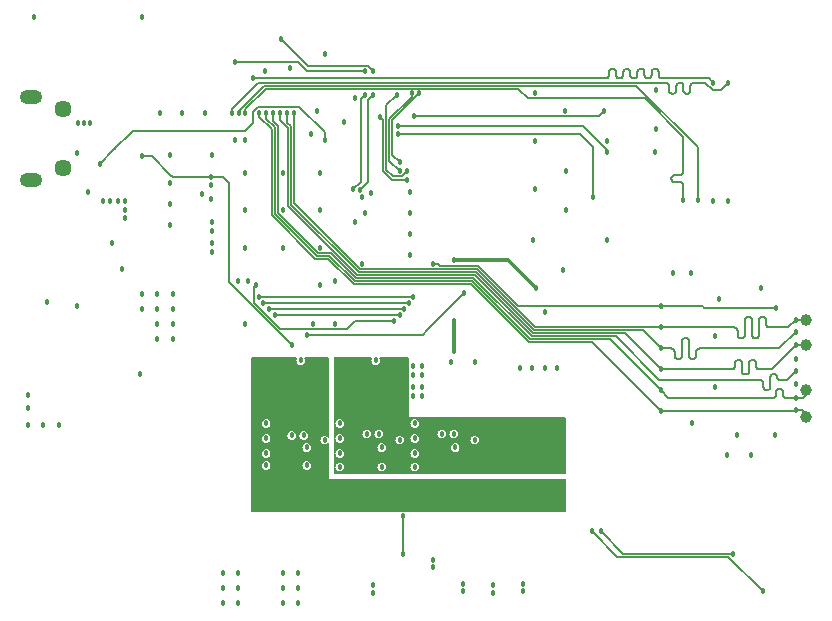
<source format=gbr>
%TF.GenerationSoftware,KiCad,Pcbnew,6.0.0*%
%TF.CreationDate,2022-01-02T09:26:30-06:00*%
%TF.ProjectId,boysenboard,626f7973-656e-4626-9f61-72642e6b6963,rev?*%
%TF.SameCoordinates,Original*%
%TF.FileFunction,Copper,L4,Bot*%
%TF.FilePolarity,Positive*%
%FSLAX46Y46*%
G04 Gerber Fmt 4.6, Leading zero omitted, Abs format (unit mm)*
G04 Created by KiCad (PCBNEW 6.0.0) date 2022-01-02 09:26:30*
%MOMM*%
%LPD*%
G01*
G04 APERTURE LIST*
%TA.AperFunction,ComponentPad*%
%ADD10C,1.450000*%
%TD*%
%TA.AperFunction,ComponentPad*%
%ADD11O,1.900000X1.200000*%
%TD*%
%TA.AperFunction,SMDPad,CuDef*%
%ADD12C,1.000000*%
%TD*%
%TA.AperFunction,ViaPad*%
%ADD13C,0.457200*%
%TD*%
%TA.AperFunction,Conductor*%
%ADD14C,0.304800*%
%TD*%
%TA.AperFunction,Conductor*%
%ADD15C,0.127000*%
%TD*%
G04 APERTURE END LIST*
D10*
%TO.P,J1,6,Shield*%
%TO.N,GND*%
X93156500Y-50760000D03*
D11*
X90456500Y-51760000D03*
D10*
X93156500Y-45760000D03*
D11*
X90456500Y-44760000D03*
%TD*%
D12*
%TO.P,TP6,1,1*%
%TO.N,/SDC0_D1*%
X156083000Y-71882000D03*
%TD*%
%TO.P,TP7,1,1*%
%TO.N,/SDC0_D0*%
X156083000Y-69596000D03*
%TD*%
%TO.P,TP8,1,1*%
%TO.N,/SDC0_CDM*%
X156083000Y-65786000D03*
%TD*%
%TO.P,TP9,1,1*%
%TO.N,/SDC0_D2*%
X156083000Y-63627000D03*
%TD*%
D13*
%TO.N,GND*%
X94361000Y-49530000D03*
X135763000Y-51054000D03*
X95250000Y-52832000D03*
X106680000Y-86360000D03*
X90170000Y-69977000D03*
X105664000Y-53365406D03*
X122555000Y-52832000D03*
X107950000Y-85090000D03*
X135636000Y-45974000D03*
X113030000Y-85090000D03*
X111760000Y-51181000D03*
X113030000Y-87630000D03*
X105791000Y-56134000D03*
X139192000Y-56896000D03*
X120142000Y-74422000D03*
X90170000Y-71120000D03*
X90678000Y-37973000D03*
X139192000Y-48514000D03*
X102235000Y-53848000D03*
X111760000Y-57531000D03*
X90170000Y-72517000D03*
X149479000Y-53594000D03*
X108585000Y-57531000D03*
X135509000Y-59436000D03*
X113792000Y-74422000D03*
X121666000Y-73787000D03*
X107950000Y-87630000D03*
X111760000Y-85090000D03*
X92837000Y-72517000D03*
X113284000Y-67056000D03*
X111760000Y-54356000D03*
X119634000Y-67056000D03*
X114300000Y-64008000D03*
X152273000Y-60960000D03*
X125222000Y-73279000D03*
X132080000Y-86614000D03*
X108585000Y-64008000D03*
X122555000Y-54610000D03*
X118491000Y-58928000D03*
X135763000Y-54356000D03*
X111760000Y-86360000D03*
X105791000Y-57150000D03*
X126365000Y-74422000D03*
X107950000Y-60325000D03*
X125984000Y-67183000D03*
X94361000Y-62484000D03*
X143383000Y-47498000D03*
X148717000Y-61849000D03*
X112395000Y-42291000D03*
X102235000Y-49657000D03*
X144780000Y-59690000D03*
X118872000Y-73279000D03*
X114935000Y-57531000D03*
X114935000Y-51181000D03*
X155194000Y-69088000D03*
X117856000Y-44831000D03*
X128016000Y-73787000D03*
X122555000Y-58166000D03*
X148336000Y-69342000D03*
X108585000Y-51181000D03*
X110236000Y-42545000D03*
X148336000Y-65024000D03*
X102235000Y-52070000D03*
X112522000Y-73406000D03*
X114935000Y-54356000D03*
X114681000Y-45974000D03*
X115316000Y-41148000D03*
X107950000Y-86360000D03*
X108585000Y-54356000D03*
X108585000Y-48387000D03*
X106680000Y-87630000D03*
X129540000Y-86106000D03*
X150241000Y-73406000D03*
X133985000Y-62992000D03*
X153416000Y-73406000D03*
X99822000Y-37973000D03*
X91821000Y-62103000D03*
X132080000Y-85979000D03*
X102235000Y-55626000D03*
X106680000Y-85090000D03*
X113030000Y-86360000D03*
X97282000Y-57150000D03*
X116205000Y-64008000D03*
X99695000Y-68199000D03*
X115316000Y-73787000D03*
X98171000Y-59309000D03*
X111760000Y-87630000D03*
X91440000Y-72517000D03*
X105791000Y-57912000D03*
X116967000Y-46863000D03*
X129540000Y-86741000D03*
X107696000Y-48387000D03*
%TO.N,/USB_VBUS*%
X98425000Y-54991000D03*
X97155000Y-53594000D03*
X98425000Y-54356000D03*
X94391000Y-46960000D03*
X96520000Y-53594000D03*
X94899000Y-46960000D03*
X97790000Y-53594000D03*
X95407000Y-46960000D03*
X98425000Y-53594000D03*
%TO.N,+5V*%
X110363000Y-72390000D03*
X116586000Y-76073000D03*
X110363000Y-73660000D03*
X120142000Y-76073000D03*
X119888000Y-73279000D03*
X102489000Y-61468000D03*
X110363000Y-75946000D03*
X126238000Y-66294000D03*
X116586000Y-73660000D03*
X99822000Y-62738000D03*
X101092000Y-64008000D03*
X122936000Y-73660000D03*
X124460000Y-84582000D03*
X101092000Y-62738000D03*
X116586000Y-72390000D03*
X116586000Y-74930000D03*
X101092000Y-61468000D03*
X113538000Y-73406000D03*
X102489000Y-64008000D03*
X126238000Y-63754000D03*
X133223000Y-60960000D03*
X113792000Y-75946000D03*
X101092000Y-65278000D03*
X126238000Y-73279000D03*
X122936000Y-76073000D03*
X99822000Y-61468000D03*
X122936000Y-74930000D03*
X102489000Y-65278000D03*
X126238000Y-58547000D03*
X102489000Y-62738000D03*
X110363000Y-74930000D03*
X124460000Y-83947000D03*
X122936000Y-72390000D03*
%TO.N,+1V1*%
X131826000Y-77851000D03*
X133985000Y-77851000D03*
X135001000Y-77851000D03*
X132842000Y-77851000D03*
X110744000Y-68326000D03*
X110744000Y-67564000D03*
X105664000Y-52197000D03*
X109982000Y-68326000D03*
X110744000Y-69215000D03*
X119277070Y-52856070D03*
X110744000Y-70104000D03*
X109982000Y-67564000D03*
X115316000Y-67183000D03*
X109982000Y-69215000D03*
X109982000Y-70104000D03*
X116205000Y-60325000D03*
%TO.N,+2V5*%
X116459000Y-68326000D03*
X135001000Y-72771000D03*
X117094000Y-69977000D03*
X117094000Y-69215000D03*
X121666000Y-67183000D03*
X116459000Y-69977000D03*
X105791000Y-55372000D03*
X133985000Y-72771000D03*
X117856000Y-55372000D03*
X117221000Y-67564000D03*
X117221000Y-68326000D03*
X132842000Y-72771000D03*
X116459000Y-69215000D03*
X118745000Y-54610000D03*
X122555000Y-56388000D03*
X118491000Y-53213000D03*
X131826000Y-72771000D03*
X116459000Y-67564000D03*
%TO.N,+3V3*%
X133096000Y-48514000D03*
X103251000Y-46101000D03*
X105156000Y-46101000D03*
X148209000Y-53594000D03*
X122809000Y-67564000D03*
X133096000Y-44450000D03*
X122809000Y-70104000D03*
X123571000Y-69342000D03*
X114173000Y-47879000D03*
X151384000Y-75057000D03*
X122809000Y-69342000D03*
X104902000Y-52959000D03*
X105791000Y-49657000D03*
X133096000Y-52578000D03*
X155194000Y-66929000D03*
X127000000Y-85979000D03*
X128016000Y-67183000D03*
X143383000Y-44196000D03*
X123571000Y-68326000D03*
X114935000Y-60706000D03*
X127000000Y-86614000D03*
X123571000Y-67564000D03*
X132969000Y-56896000D03*
X101346000Y-46101000D03*
X146304000Y-59690000D03*
X135001000Y-67691000D03*
X131826000Y-67691000D03*
X108839000Y-60325000D03*
X149352000Y-75057000D03*
X133985000Y-67691000D03*
X143256000Y-49403000D03*
X132842000Y-67691000D03*
X146431000Y-72390000D03*
X119380000Y-86106000D03*
X123571000Y-70104000D03*
X119380000Y-86741000D03*
X122809000Y-68326000D03*
%TO.N,/PE0_UART0_RX*%
X121539000Y-47244000D03*
X139192000Y-49403000D03*
%TO.N,/PE1_UART0_TX*%
X138049000Y-53213000D03*
X121539000Y-47879000D03*
%TO.N,/USB_ID*%
X96266000Y-50419000D03*
X115316000Y-48387000D03*
%TO.N,/I2C0_SCL*%
X118745000Y-42545000D03*
X107696000Y-41783000D03*
X118745000Y-44577000D03*
X117729000Y-52536900D03*
%TO.N,/I2C0_SDA*%
X119380000Y-44577000D03*
X111633000Y-39878000D03*
X119380000Y-42545000D03*
X118311300Y-52584011D03*
%TO.N,/~{RESET}*%
X99822000Y-49784000D03*
X121920000Y-80264000D03*
X105664000Y-51562000D03*
X112522000Y-65786000D03*
X121920000Y-83439000D03*
%TO.N,/SDC0_CLK*%
X110950191Y-46101000D03*
X155194000Y-67945000D03*
%TO.N,/SDC0_D0*%
X110365988Y-46101000D03*
X155194000Y-70231000D03*
X143764000Y-69596000D03*
%TO.N,/SDC0_D1*%
X109781785Y-46101000D03*
X155194000Y-71247000D03*
X143764000Y-71374000D03*
%TO.N,/SDC0_CDM*%
X155194000Y-65786000D03*
X111534394Y-46101000D03*
X143764000Y-67818000D03*
%TO.N,/SDC0_D2*%
X112702800Y-46101000D03*
X155194000Y-63627000D03*
X143764000Y-64262000D03*
%TO.N,/SDC0_D3*%
X155194000Y-64643000D03*
X143764000Y-66040000D03*
X112118597Y-46101000D03*
%TO.N,/SDC0_CD*%
X124460000Y-58928000D03*
X109474000Y-60706000D03*
X143764000Y-62484000D03*
X153543000Y-62611000D03*
X121158000Y-63754000D03*
%TO.N,/PD4_UART1_TX*%
X121666000Y-63246000D03*
X111140900Y-63246000D03*
%TO.N,/PD2_UART1_CTS*%
X110109000Y-62230000D03*
X122428000Y-62230000D03*
%TO.N,/PD3_UART1_RX*%
X110617000Y-62738000D03*
X122047000Y-62738000D03*
%TO.N,/PD1_UART1_RTS*%
X122809000Y-61722000D03*
X109728000Y-61722000D03*
%TO.N,/PD6_I2C1_SDA*%
X149860000Y-83439000D03*
X138684000Y-81534000D03*
%TO.N,/PD5_I2C1_SCL*%
X137922000Y-81534000D03*
X152400000Y-86614000D03*
%TO.N,/LED_STATUS*%
X127127000Y-61341000D03*
X113792000Y-64858900D03*
%TO.N,/FLASH_SPI0_CS*%
X145669000Y-53467000D03*
X108613379Y-46101000D03*
%TO.N,/FLASH_SPI0_MISO*%
X146939000Y-53467000D03*
X108029176Y-46101000D03*
%TO.N,/FLASH_SPI0_CLK*%
X109220000Y-43180000D03*
X148209000Y-43561000D03*
%TO.N,/FLASH_SPI0_MOSI*%
X149479000Y-43561000D03*
X107442000Y-46101000D03*
%TO.N,/PE8_SPI1_MOSI*%
X121666000Y-51054000D03*
X122682000Y-44450019D03*
%TO.N,/PE9_SPI1_CLK*%
X122301000Y-51054000D03*
X121412000Y-44577000D03*
X138938000Y-45974000D03*
X122847101Y-46393101D03*
%TO.N,/PE7_SPI1_CS*%
X121666000Y-50292000D03*
X123317000Y-44450019D03*
%TO.N,/PE10_SP1_MISO*%
X122301000Y-51816000D03*
X120015000Y-46482000D03*
%TD*%
D14*
%TO.N,+5V*%
X133223000Y-60960000D02*
X130810000Y-58547000D01*
X126238000Y-63754000D02*
X126238000Y-66294000D01*
X130810000Y-58547000D02*
X126238000Y-58547000D01*
D15*
%TO.N,/PE0_UART0_RX*%
X121539000Y-47244000D02*
X137160000Y-47244000D01*
X137160000Y-47244000D02*
X139192000Y-49276000D01*
X139192000Y-49276000D02*
X139192000Y-49403000D01*
%TO.N,/PE1_UART0_TX*%
X121539000Y-47879000D02*
X136906000Y-47879000D01*
X136906000Y-47879000D02*
X138049000Y-49022000D01*
X138049000Y-49022000D02*
X138049000Y-53213000D01*
%TO.N,/USB_ID*%
X97409000Y-49276000D02*
X96266000Y-50419000D01*
X113118899Y-45554899D02*
X109707616Y-45554899D01*
X97409000Y-49276000D02*
X99060000Y-47625000D01*
X99060000Y-47625000D02*
X108585000Y-47625000D01*
X97536000Y-49149000D02*
X97409000Y-49276000D01*
X115316000Y-48387000D02*
X115316000Y-47752000D01*
X108585000Y-47625000D02*
X109220000Y-46990000D01*
X109220000Y-46042515D02*
X109220000Y-46990000D01*
X115316000Y-47752000D02*
X113118899Y-45554899D01*
X109707616Y-45554899D02*
X109220000Y-46042515D01*
%TO.N,/I2C0_SCL*%
X113030000Y-41783000D02*
X107696000Y-41783000D01*
X113792000Y-42545000D02*
X113030000Y-41783000D01*
X118745000Y-42545000D02*
X113792000Y-42545000D01*
X118364000Y-44958000D02*
X118364000Y-51901900D01*
X118364000Y-51901900D02*
X117729000Y-52536900D01*
X118745000Y-44577000D02*
X118364000Y-44958000D01*
%TO.N,/I2C0_SDA*%
X113880899Y-42125899D02*
X111633000Y-39878000D01*
X118948203Y-45008797D02*
X118948203Y-51947108D01*
X119380000Y-44577000D02*
X118948203Y-45008797D01*
X119380000Y-42545000D02*
X118960899Y-42125899D01*
X118960899Y-42125899D02*
X113880899Y-42125899D01*
X118948203Y-51947108D02*
X118311300Y-52584011D01*
%TO.N,/~{RESET}*%
X105664000Y-51562000D02*
X106680000Y-51562000D01*
X102227635Y-51315365D02*
X102368584Y-51456314D01*
X121920000Y-80391000D02*
X121920000Y-80264000D01*
X107188000Y-60452000D02*
X112522000Y-65786000D01*
X100696270Y-49784000D02*
X102227635Y-51315365D01*
X105664000Y-51562000D02*
X102474270Y-51562000D01*
X99822000Y-49784000D02*
X100696270Y-49784000D01*
X107188000Y-52070000D02*
X107188000Y-60452000D01*
X102474270Y-51562000D02*
X102227635Y-51315365D01*
X106680000Y-51562000D02*
X107188000Y-52070000D01*
X121920000Y-83439000D02*
X121920000Y-80391000D01*
%TO.N,/SDC0_CLK*%
X152212756Y-68714521D02*
X152276165Y-68736709D01*
X132831146Y-65024020D02*
X139954020Y-65024020D01*
X153506080Y-68237164D02*
X153552943Y-68266609D01*
X152416290Y-68876834D02*
X152438478Y-68940243D01*
X153099921Y-68305744D02*
X153139056Y-68266609D01*
X153739056Y-68653079D02*
X153785919Y-68682524D01*
X152446000Y-69251313D02*
X152453521Y-69318069D01*
X153552943Y-68266609D02*
X153592078Y-68305744D01*
X152980549Y-69438359D02*
X153016290Y-69381478D01*
X115815159Y-57950101D02*
X117974189Y-60109131D01*
X153238158Y-68218884D02*
X153293156Y-68212687D01*
X153699921Y-68613944D02*
X153739056Y-68653079D01*
X143637000Y-68707000D02*
X152146000Y-68707000D01*
X153185919Y-68237164D02*
X153238158Y-68218884D01*
X110950191Y-46815191D02*
X111340899Y-47205899D01*
X153070476Y-68352607D02*
X153099921Y-68305744D01*
X152333046Y-68772450D02*
X152380549Y-68819953D01*
X152453521Y-69318069D02*
X152475709Y-69381478D01*
X114733831Y-57950101D02*
X115815159Y-57950101D01*
X153293156Y-68212687D02*
X153398844Y-68212687D01*
X152558953Y-69485862D02*
X152615834Y-69521603D01*
X152438478Y-68940243D02*
X152446000Y-69007000D01*
X110950191Y-46101000D02*
X110950191Y-46815191D01*
X152679243Y-69543791D02*
X152746000Y-69551313D01*
X154697871Y-68441129D02*
X155194000Y-67945000D01*
X152615834Y-69521603D02*
X152679243Y-69543791D01*
X153592078Y-68305744D02*
X153621523Y-68352607D01*
X153016290Y-69381478D02*
X153038478Y-69318069D01*
X139954020Y-65024020D02*
X143637000Y-68707000D01*
X153652196Y-68514842D02*
X153670476Y-68567081D01*
X152475709Y-69381478D02*
X152511450Y-69438359D01*
X153838158Y-68700804D02*
X153893156Y-68707000D01*
X111340899Y-47205899D02*
X111340899Y-54557169D01*
X153046000Y-68459843D02*
X153052196Y-68404846D01*
X153139056Y-68266609D02*
X153185919Y-68237164D01*
X152146000Y-68707000D02*
X152212756Y-68714521D01*
X153893156Y-68707000D02*
X154432000Y-68707000D01*
X153453841Y-68218884D02*
X153506080Y-68237164D01*
X152511450Y-69438359D02*
X152558953Y-69485862D01*
X117974189Y-60109131D02*
X127916257Y-60109131D01*
X152276165Y-68736709D02*
X152333046Y-68772450D01*
X152933046Y-69485862D02*
X152980549Y-69438359D01*
X152876165Y-69521603D02*
X152933046Y-69485862D01*
X153398844Y-68212687D02*
X153453841Y-68218884D01*
X127916257Y-60109131D02*
X132831146Y-65024020D01*
X154432000Y-68707000D02*
X154697871Y-68441129D01*
X153639803Y-68404846D02*
X153652196Y-68514842D01*
X111340899Y-54557169D02*
X114733831Y-57950101D01*
X153052196Y-68404846D02*
X153070476Y-68352607D01*
X152380549Y-68819953D02*
X152416290Y-68876834D01*
X153038478Y-69318069D02*
X153046000Y-69251313D01*
X153046000Y-69251313D02*
X153046000Y-68459843D01*
X152812756Y-69543791D02*
X152876165Y-69521603D01*
X153621523Y-68352607D02*
X153639803Y-68404846D01*
X152446000Y-69007000D02*
X152446000Y-69251313D01*
X153670476Y-68567081D02*
X153699921Y-68613944D01*
X152746000Y-69551313D02*
X152812756Y-69543791D01*
X153785919Y-68682524D02*
X153838158Y-68700804D01*
%TO.N,/SDC0_D0*%
X143764000Y-69596000D02*
X139446030Y-65278030D01*
X153466549Y-70118046D02*
X153419046Y-70165549D01*
X132725932Y-65278030D02*
X131074902Y-63627000D01*
X154161709Y-70061165D02*
X154139521Y-69997756D01*
X111086889Y-47311113D02*
X110365988Y-46590212D01*
X153298756Y-70223478D02*
X153232000Y-70231000D01*
X154301834Y-70201290D02*
X154244953Y-70165549D01*
X110365988Y-46590212D02*
X110365988Y-46101000D01*
X153561709Y-69614548D02*
X153539521Y-69677957D01*
X144399000Y-70231000D02*
X143764000Y-69596000D01*
X153362165Y-70201290D02*
X153298756Y-70223478D01*
X154365243Y-70223478D02*
X154301834Y-70201290D01*
X115709945Y-58204111D02*
X114628617Y-58204111D01*
X153962165Y-69474423D02*
X153898756Y-69452235D01*
X154139521Y-69997756D02*
X154132000Y-69931000D01*
X154066549Y-69557667D02*
X154019046Y-69510164D01*
X154102290Y-69614548D02*
X154066549Y-69557667D01*
X117868975Y-60363141D02*
X115709945Y-58204111D01*
X131064000Y-63627000D02*
X127800141Y-60363141D01*
X153524478Y-69997756D02*
X153502290Y-70061165D01*
X111086890Y-54662384D02*
X111086889Y-47311113D01*
X154197450Y-70118046D02*
X154161709Y-70061165D01*
X153502290Y-70061165D02*
X153466549Y-70118046D01*
X153532000Y-69931000D02*
X153524478Y-69997756D01*
X154132000Y-69931000D02*
X154132000Y-69744714D01*
X155194000Y-70231000D02*
X154432000Y-70231000D01*
X153232000Y-70231000D02*
X144399000Y-70231000D01*
X154132000Y-69744714D02*
X154124478Y-69677957D01*
X153765243Y-69452235D02*
X153701834Y-69474423D01*
X153539521Y-69677957D02*
X153532000Y-69744714D01*
X153597450Y-69557667D02*
X153561709Y-69614548D01*
X155194000Y-70231000D02*
X155829000Y-70231000D01*
X139446030Y-65278030D02*
X132725932Y-65278030D01*
X154019046Y-69510164D02*
X153962165Y-69474423D01*
X153701834Y-69474423D02*
X153644953Y-69510164D01*
X131074902Y-63627000D02*
X131064000Y-63627000D01*
X153419046Y-70165549D02*
X153362165Y-70201290D01*
X153644953Y-69510164D02*
X153597450Y-69557667D01*
X114628617Y-58204111D02*
X111086890Y-54662384D01*
X154124478Y-69677957D02*
X154102290Y-69614548D01*
X153898756Y-69452235D02*
X153832000Y-69444714D01*
X153532000Y-69744714D02*
X153532000Y-69931000D01*
X153832000Y-69444714D02*
X153765243Y-69452235D01*
X155829000Y-70231000D02*
X156083000Y-69977000D01*
X154244953Y-70165549D02*
X154197450Y-70118046D01*
X154432000Y-70231000D02*
X154365243Y-70223478D01*
X127800141Y-60363141D02*
X117868975Y-60363141D01*
%TO.N,/SDC0_D1*%
X143764000Y-71374000D02*
X143764000Y-71374000D01*
X109781785Y-46101000D02*
X109781785Y-46408785D01*
X132609816Y-65532040D02*
X137922040Y-65532040D01*
X155067000Y-71374000D02*
X155194000Y-71247000D01*
X115604731Y-58458121D02*
X117763761Y-60617151D01*
X137922040Y-65532040D02*
X143764000Y-71374000D01*
X155702000Y-71247000D02*
X156083000Y-71628000D01*
X114523403Y-58458121D02*
X115604731Y-58458121D01*
X117763761Y-60617151D02*
X127694927Y-60617151D01*
X143764000Y-71374000D02*
X155067000Y-71374000D01*
X110832881Y-54767599D02*
X114523403Y-58458121D01*
X127694927Y-60617151D02*
X132609816Y-65532040D01*
X109781785Y-46408785D02*
X110832881Y-47459881D01*
X155194000Y-71247000D02*
X155702000Y-71247000D01*
X110832881Y-47459881D02*
X110832881Y-54767599D01*
%TO.N,/SDC0_CDM*%
X143764000Y-67818000D02*
X140716010Y-64770010D01*
X151612756Y-67032510D02*
X151546000Y-67024989D01*
X151311450Y-67137942D02*
X151275709Y-67194823D01*
X155194000Y-65786000D02*
X153162000Y-67818000D01*
X149746000Y-67818000D02*
X143764000Y-67818000D01*
X151546000Y-67024989D02*
X151479243Y-67032510D01*
X150646000Y-68014506D02*
X150646000Y-67324989D01*
X151358953Y-67090439D02*
X151311450Y-67137942D01*
X150646000Y-67324989D02*
X150638478Y-67258232D01*
X151246000Y-67324989D02*
X151246000Y-68014506D01*
X151246000Y-68014506D02*
X151241073Y-68058233D01*
X155194000Y-65786000D02*
X156083000Y-65786000D01*
X151780549Y-67137942D02*
X151733046Y-67090439D01*
X150533046Y-67090439D02*
X150476165Y-67054698D01*
X149933046Y-67752549D02*
X149876165Y-67788290D01*
X151846000Y-67518000D02*
X151846000Y-67324989D01*
X143764000Y-67818000D02*
X143764000Y-67818000D01*
X150215834Y-67054698D02*
X150158953Y-67090439D01*
X150665460Y-68099767D02*
X150650926Y-68058233D01*
X118079403Y-59855121D02*
X112194782Y-53970500D01*
X151846000Y-67324989D02*
X151838478Y-67258232D01*
X150688871Y-68137025D02*
X150665460Y-68099767D01*
X140716010Y-64770010D02*
X132936360Y-64770010D01*
X128021471Y-59855121D02*
X118079403Y-59855121D01*
X111534394Y-46688828D02*
X111534394Y-46101000D01*
X150798778Y-68206085D02*
X150757244Y-68191551D01*
X151172013Y-68168140D02*
X151134755Y-68191551D01*
X151275709Y-67194823D02*
X151253521Y-67258232D01*
X151676165Y-67054698D02*
X151612756Y-67032510D01*
X150016290Y-67648165D02*
X149980549Y-67705046D01*
X151253521Y-67258232D02*
X151246000Y-67324989D01*
X151415834Y-67054698D02*
X151358953Y-67090439D01*
X150638478Y-67258232D02*
X150616290Y-67194823D01*
X152146000Y-67818000D02*
X152079243Y-67810478D01*
X151958953Y-67752549D02*
X151911450Y-67705046D01*
X152079243Y-67810478D02*
X152015834Y-67788290D01*
X150476165Y-67054698D02*
X150412756Y-67032510D01*
X149876165Y-67788290D02*
X149812756Y-67810478D01*
X150046000Y-67324989D02*
X150046000Y-67518000D01*
X150346000Y-67024989D02*
X150279243Y-67032510D01*
X150616290Y-67194823D02*
X150580549Y-67137942D01*
X150038478Y-67584756D02*
X150016290Y-67648165D01*
X150158953Y-67090439D02*
X150111450Y-67137942D01*
X150757244Y-68191551D02*
X150719986Y-68168140D01*
X151816290Y-67194823D02*
X151780549Y-67137942D01*
X151853521Y-67584756D02*
X151846000Y-67518000D01*
X151134755Y-68191551D02*
X151093221Y-68206085D01*
X151226539Y-68099767D02*
X151203128Y-68137025D01*
X151875709Y-67648165D02*
X151853521Y-67584756D01*
X150842505Y-68211011D02*
X150798778Y-68206085D01*
X151093221Y-68206085D02*
X151049495Y-68211011D01*
X150650926Y-68058233D02*
X150646000Y-68014506D01*
X151479243Y-67032510D02*
X151415834Y-67054698D01*
X112194782Y-53970500D02*
X112194782Y-47349216D01*
X149980549Y-67705046D02*
X149933046Y-67752549D01*
X149812756Y-67810478D02*
X149746000Y-67818000D01*
X151049495Y-68211011D02*
X150842505Y-68211011D01*
X132936360Y-64770010D02*
X128021471Y-59855121D01*
X151241073Y-68058233D02*
X151226539Y-68099767D01*
X150111450Y-67137942D02*
X150075709Y-67194823D01*
X151911450Y-67705046D02*
X151875709Y-67648165D01*
X150046000Y-67518000D02*
X150038478Y-67584756D01*
X150279243Y-67032510D02*
X150215834Y-67054698D01*
X151838478Y-67258232D02*
X151816290Y-67194823D01*
X150075709Y-67194823D02*
X150053521Y-67258232D01*
X150412756Y-67032510D02*
X150346000Y-67024989D01*
X150580549Y-67137942D02*
X150533046Y-67090439D01*
X152015834Y-67788290D02*
X151958953Y-67752549D01*
X112194782Y-47349216D02*
X111534394Y-46688828D01*
X150719986Y-68168140D02*
X150688871Y-68137025D01*
X150053521Y-67258232D02*
X150046000Y-67324989D01*
X153162000Y-67818000D02*
X152146000Y-67818000D01*
X151203128Y-68137025D02*
X151172013Y-68168140D01*
X151733046Y-67090439D02*
X151676165Y-67054698D01*
%TO.N,/SDC0_D2*%
X143764000Y-64262000D02*
X149987000Y-64262000D01*
X151599953Y-65110355D02*
X151656834Y-65146096D01*
X151720243Y-65168284D02*
X151787000Y-65175806D01*
X152987000Y-64262000D02*
X154559000Y-64262000D01*
X152152450Y-63461148D02*
X152199953Y-63413645D01*
X152856834Y-64232291D02*
X152920243Y-64254479D01*
X151487000Y-64875806D02*
X151494521Y-64942562D01*
X150399953Y-65110355D02*
X150456834Y-65146096D01*
X152799953Y-64196550D02*
X152856834Y-64232291D01*
X150456834Y-65146096D02*
X150520243Y-65168284D01*
X151421549Y-63461148D02*
X151457290Y-63518029D01*
X150287000Y-64875806D02*
X150294521Y-64942562D01*
X152621549Y-63461148D02*
X152657290Y-63518029D01*
X152094521Y-63581438D02*
X152116709Y-63518029D01*
X112702800Y-53760070D02*
X118289831Y-59347101D01*
X151787000Y-65175806D02*
X151853756Y-65168284D01*
X151056834Y-63377904D02*
X151120243Y-63355716D01*
X150279478Y-64495243D02*
X150287000Y-64562000D01*
X152679478Y-63581438D02*
X152687000Y-63648194D01*
X150221549Y-64374953D02*
X150257290Y-64431834D01*
X128231899Y-59347101D02*
X133146798Y-64262000D01*
X150821549Y-65062852D02*
X150857290Y-65005971D01*
X151457290Y-63518029D02*
X151479478Y-63581438D01*
X152574046Y-63413645D02*
X152621549Y-63461148D01*
X150952450Y-63461148D02*
X150999953Y-63413645D01*
X150999953Y-63413645D02*
X151056834Y-63377904D01*
X152453756Y-63355716D02*
X152517165Y-63377904D01*
X152057290Y-65005971D02*
X152079478Y-64942562D01*
X150587000Y-65175806D02*
X150653756Y-65168284D01*
X152716709Y-64092166D02*
X152752450Y-64149047D01*
X151479478Y-63581438D02*
X151487000Y-63648194D01*
X151487000Y-63648194D02*
X151487000Y-64875806D01*
X151317165Y-63377904D02*
X151374046Y-63413645D01*
X150257290Y-64431834D02*
X150279478Y-64495243D01*
X151853756Y-65168284D02*
X151917165Y-65146096D01*
X150879478Y-64942562D02*
X150887000Y-64875806D01*
X154559000Y-64262000D02*
X155194000Y-63627000D01*
X152087000Y-64875806D02*
X152087000Y-63648194D01*
X150053756Y-64269521D02*
X150117165Y-64291709D01*
X150287000Y-64562000D02*
X150287000Y-64875806D01*
X151374046Y-63413645D02*
X151421549Y-63461148D01*
X151656834Y-65146096D02*
X151720243Y-65168284D01*
X150894521Y-63581438D02*
X150916709Y-63518029D01*
X152087000Y-63648194D02*
X152094521Y-63581438D01*
X150117165Y-64291709D02*
X150174046Y-64327450D01*
X152320243Y-63355716D02*
X152387000Y-63348194D01*
X152694521Y-64028757D02*
X152716709Y-64092166D01*
X150352450Y-65062852D02*
X150399953Y-65110355D01*
X152657290Y-63518029D02*
X152679478Y-63581438D01*
X152687000Y-63648194D02*
X152687000Y-63962000D01*
X151516709Y-65005971D02*
X151552450Y-65062852D01*
X150887000Y-64875806D02*
X150887000Y-63648194D01*
X152256834Y-63377904D02*
X152320243Y-63355716D01*
X151917165Y-65146096D02*
X151974046Y-65110355D01*
X152021549Y-65062852D02*
X152057290Y-65005971D01*
X152920243Y-64254479D02*
X152987000Y-64262000D01*
X150717165Y-65146096D02*
X150774046Y-65110355D01*
X150653756Y-65168284D02*
X150717165Y-65146096D01*
X150316709Y-65005971D02*
X150352450Y-65062852D01*
X150887000Y-63648194D02*
X150894521Y-63581438D01*
X152387000Y-63348194D02*
X152453756Y-63355716D01*
X155194000Y-63627000D02*
X156083000Y-63627000D01*
X151253756Y-63355716D02*
X151317165Y-63377904D01*
X151974046Y-65110355D02*
X152021549Y-65062852D01*
X151552450Y-65062852D02*
X151599953Y-65110355D01*
X151120243Y-63355716D02*
X151187000Y-63348194D01*
X152752450Y-64149047D02*
X152799953Y-64196550D01*
X149987000Y-64262000D02*
X150053756Y-64269521D01*
X150174046Y-64327450D02*
X150221549Y-64374953D01*
X112702800Y-46101000D02*
X112702800Y-53760070D01*
X133146798Y-64262000D02*
X143764000Y-64262000D01*
X152687000Y-63962000D02*
X152694521Y-64028757D01*
X151494521Y-64942562D02*
X151516709Y-65005971D01*
X152079478Y-64942562D02*
X152087000Y-64875806D01*
X152199953Y-63413645D02*
X152256834Y-63377904D01*
X150857290Y-65005971D02*
X150879478Y-64942562D01*
X150916709Y-63518029D02*
X150952450Y-63461148D01*
X152116709Y-63518029D02*
X152152450Y-63461148D01*
X150294521Y-64942562D02*
X150316709Y-65005971D01*
X152517165Y-63377904D02*
X152574046Y-63413645D01*
X151187000Y-63348194D02*
X151253756Y-63355716D01*
X118289831Y-59347101D02*
X128231899Y-59347101D01*
X150774046Y-65110355D02*
X150821549Y-65062852D01*
X150520243Y-65168284D02*
X150587000Y-65175806D01*
%TO.N,/SDC0_D3*%
X143764000Y-66040000D02*
X143764000Y-66040000D01*
X145553000Y-65428588D02*
X145560521Y-65361832D01*
X145440046Y-66885961D02*
X145487549Y-66838458D01*
X144953000Y-66340000D02*
X144953000Y-66651412D01*
X112448791Y-53865285D02*
X118184617Y-59601111D01*
X146986243Y-66047521D02*
X147053000Y-66040000D01*
X145983165Y-65158298D02*
X146040046Y-65194039D01*
X142240000Y-64516000D02*
X143764000Y-66040000D01*
X145065953Y-66885961D02*
X145122834Y-66921702D01*
X144840046Y-66105450D02*
X144887549Y-66152953D01*
X144945478Y-66273243D02*
X144953000Y-66340000D01*
X144783165Y-66069709D02*
X144840046Y-66105450D01*
X146583165Y-66921702D02*
X146640046Y-66885961D01*
X145582709Y-65298423D02*
X145618450Y-65241542D01*
X145545478Y-66718168D02*
X145553000Y-66651412D01*
X145018450Y-66838458D02*
X145065953Y-66885961D01*
X145523290Y-66781577D02*
X145545478Y-66718168D01*
X146153000Y-66651412D02*
X146160521Y-66718168D01*
X146160521Y-66718168D02*
X146182709Y-66781577D01*
X144653000Y-66040000D02*
X144719756Y-66047521D01*
X146145478Y-65361832D02*
X146153000Y-65428588D01*
X146153000Y-65428588D02*
X146153000Y-66651412D01*
X112118597Y-46913807D02*
X112448790Y-47244000D01*
X112448790Y-47244000D02*
X112448791Y-53865285D01*
X144953000Y-66651412D02*
X144960521Y-66718168D01*
X144887549Y-66152953D02*
X144923290Y-66209834D01*
X146123290Y-65298423D02*
X146145478Y-65361832D01*
X144923290Y-66209834D02*
X144945478Y-66273243D01*
X144982709Y-66781577D02*
X145018450Y-66838458D01*
X146087549Y-65241542D02*
X146123290Y-65298423D01*
X145722834Y-65158298D02*
X145786243Y-65136110D01*
X145919756Y-65136110D02*
X145983165Y-65158298D01*
X133041574Y-64516000D02*
X142240000Y-64516000D01*
X147053000Y-66040000D02*
X153797000Y-66040000D01*
X145383165Y-66921702D02*
X145440046Y-66885961D01*
X145553000Y-66651412D02*
X145553000Y-65428588D01*
X146519756Y-66943890D02*
X146583165Y-66921702D01*
X128126685Y-59601111D02*
X133041574Y-64516000D01*
X146782709Y-66209834D02*
X146818450Y-66152953D01*
X145487549Y-66838458D02*
X145523290Y-66781577D01*
X146760521Y-66273243D02*
X146782709Y-66209834D01*
X146640046Y-66885961D02*
X146687549Y-66838458D01*
X146753000Y-66651412D02*
X146753000Y-66340000D01*
X145665953Y-65194039D02*
X145722834Y-65158298D01*
X112118597Y-46101000D02*
X112118597Y-46913807D01*
X143764000Y-66040000D02*
X144653000Y-66040000D01*
X146723290Y-66781577D02*
X146745478Y-66718168D01*
X144960521Y-66718168D02*
X144982709Y-66781577D01*
X145122834Y-66921702D02*
X145186243Y-66943890D01*
X146218450Y-66838458D02*
X146265953Y-66885961D01*
X145186243Y-66943890D02*
X145253000Y-66951412D01*
X118184617Y-59601111D02*
X128126685Y-59601111D01*
X153797000Y-66040000D02*
X155194000Y-64643000D01*
X145786243Y-65136110D02*
X145853000Y-65128588D01*
X144719756Y-66047521D02*
X144783165Y-66069709D01*
X146865953Y-66105450D02*
X146922834Y-66069709D01*
X146687549Y-66838458D02*
X146723290Y-66781577D01*
X146182709Y-66781577D02*
X146218450Y-66838458D01*
X145853000Y-65128588D02*
X145919756Y-65136110D01*
X146322834Y-66921702D02*
X146386243Y-66943890D01*
X145618450Y-65241542D02*
X145665953Y-65194039D01*
X145319756Y-66943890D02*
X145383165Y-66921702D01*
X146745478Y-66718168D02*
X146753000Y-66651412D01*
X146922834Y-66069709D02*
X146986243Y-66047521D01*
X146753000Y-66340000D02*
X146760521Y-66273243D01*
X146453000Y-66951412D02*
X146519756Y-66943890D01*
X146040046Y-65194039D02*
X146087549Y-65241542D01*
X146386243Y-66943890D02*
X146453000Y-66951412D01*
X146265953Y-66885961D02*
X146322834Y-66921702D01*
X145253000Y-66951412D02*
X145319756Y-66943890D01*
X146818450Y-66152953D02*
X146865953Y-66105450D01*
X145560521Y-65361832D02*
X145582709Y-65298423D01*
%TO.N,/SDC0_CD*%
X109308899Y-60871101D02*
X109474000Y-60706000D01*
X124460000Y-58928000D02*
X124929909Y-58928000D01*
X143891000Y-62611000D02*
X143764000Y-62484000D01*
X121158000Y-63754000D02*
X117856000Y-63754000D01*
X111431612Y-64336388D02*
X109308899Y-62213675D01*
X128337114Y-59093092D02*
X128475011Y-59230989D01*
X124929909Y-58928000D02*
X125095000Y-59093091D01*
X147320000Y-62484000D02*
X147447000Y-62611000D01*
X143764000Y-62484000D02*
X147320000Y-62484000D01*
X128337113Y-59093091D02*
X128475011Y-59230989D01*
X109308899Y-62213675D02*
X109308899Y-60871101D01*
X147447000Y-62611000D02*
X153543000Y-62611000D01*
X117856000Y-63754000D02*
X117182899Y-64427101D01*
X125095000Y-59093091D02*
X128337113Y-59093091D01*
X111522325Y-64427101D02*
X111431612Y-64336388D01*
X128475011Y-59230989D02*
X131728022Y-62484000D01*
X117182899Y-64427101D02*
X111522325Y-64427101D01*
X131728022Y-62484000D02*
X143764000Y-62484000D01*
%TO.N,/PD4_UART1_TX*%
X111140900Y-63246000D02*
X113030000Y-63246000D01*
X113030000Y-63246000D02*
X121666000Y-63246000D01*
%TO.N,/PD2_UART1_CTS*%
X110109000Y-62230000D02*
X110432289Y-62230000D01*
X110432289Y-62230000D02*
X122428000Y-62230000D01*
%TO.N,/PD3_UART1_RX*%
X122047000Y-62738000D02*
X110617000Y-62738000D01*
%TO.N,/PD1_UART1_RTS*%
X114173000Y-61722000D02*
X122809000Y-61722000D01*
X112522000Y-61722000D02*
X114173000Y-61722000D01*
X113919000Y-61722000D02*
X114173000Y-61722000D01*
X109728000Y-61722000D02*
X112522000Y-61722000D01*
%TO.N,/PD6_I2C1_SDA*%
X140589000Y-83439000D02*
X149860000Y-83439000D01*
X138684000Y-81534000D02*
X140589000Y-83439000D01*
%TO.N,/PD5_I2C1_SCL*%
X140081010Y-83693010D02*
X149479010Y-83693010D01*
X137922000Y-81534000D02*
X140081010Y-83693010D01*
X149479010Y-83693010D02*
X152400000Y-86614000D01*
%TO.N,/LED_STATUS*%
X113792000Y-64858900D02*
X123609100Y-64858900D01*
X123609100Y-64858900D02*
X124015500Y-64452500D01*
X123952000Y-64516000D02*
X124015500Y-64452500D01*
X124015500Y-64452500D02*
X127127000Y-61341000D01*
%TO.N,/FLASH_SPI0_CS*%
X144902243Y-51946478D02*
X144969000Y-51954000D01*
X144838834Y-51924290D02*
X144902243Y-51946478D01*
X145639290Y-52123834D02*
X145661478Y-52187243D01*
X145499165Y-51983709D02*
X145556046Y-52019450D01*
X131660919Y-44030919D02*
X132499101Y-44869101D01*
X144698709Y-51523834D02*
X144676521Y-51587243D01*
X145669000Y-48111224D02*
X145669000Y-51054000D01*
X144669000Y-51654000D02*
X144676521Y-51720756D01*
X145369000Y-51954000D02*
X145435756Y-51961521D01*
X145603549Y-52066953D02*
X145639290Y-52123834D01*
X110360171Y-44030919D02*
X131660919Y-44030919D01*
X144676521Y-51720756D02*
X144698709Y-51784165D01*
X144838834Y-51383709D02*
X144781953Y-51419450D01*
X145661478Y-52187243D02*
X145669000Y-52254000D01*
X108613379Y-45777711D02*
X110360171Y-44030919D01*
X144969000Y-51354000D02*
X144902243Y-51361521D01*
X145669000Y-52254000D02*
X145669000Y-53185863D01*
X145556046Y-51288549D02*
X145499165Y-51324290D01*
X144781953Y-51419450D02*
X144734450Y-51466953D01*
X145669000Y-53185863D02*
X145669000Y-53467000D01*
X142426877Y-44869101D02*
X145669000Y-48111224D01*
X145435756Y-51346478D02*
X145369000Y-51354000D01*
X145499165Y-51324290D02*
X145435756Y-51346478D01*
X144698709Y-51784165D02*
X144734450Y-51841046D01*
X145661478Y-51120756D02*
X145639290Y-51184165D01*
X145669000Y-51054000D02*
X145661478Y-51120756D01*
X144781953Y-51888549D02*
X144838834Y-51924290D01*
X144969000Y-51954000D02*
X145369000Y-51954000D01*
X132499101Y-44869101D02*
X142426877Y-44869101D01*
X145369000Y-51354000D02*
X144969000Y-51354000D01*
X144902243Y-51361521D02*
X144838834Y-51383709D01*
X145435756Y-51961521D02*
X145499165Y-51983709D01*
X145603549Y-51241046D02*
X145556046Y-51288549D01*
X144734450Y-51466953D02*
X144698709Y-51523834D01*
X144676521Y-51587243D02*
X144669000Y-51654000D01*
X145639290Y-51184165D02*
X145603549Y-51241046D01*
X108613379Y-46101000D02*
X108613379Y-45777711D01*
X145556046Y-52019450D02*
X145603549Y-52066953D01*
X144734450Y-51841046D02*
X144781953Y-51888549D01*
%TO.N,/FLASH_SPI0_MISO*%
X108029176Y-45894824D02*
X110147091Y-43776909D01*
X108029176Y-46101000D02*
X108029176Y-45894824D01*
X141693909Y-43776909D02*
X146939000Y-49022000D01*
X146939000Y-49022000D02*
X146939000Y-53467000D01*
X110147091Y-43776909D02*
X141693909Y-43776909D01*
%TO.N,/FLASH_SPI0_CLK*%
X139325549Y-43067046D02*
X139278046Y-43114549D01*
X139398521Y-42567913D02*
X139391000Y-42634670D01*
X139420709Y-42504504D02*
X139398521Y-42567913D01*
X141798521Y-42567913D02*
X141791000Y-42634670D01*
X141791000Y-42880000D02*
X141783478Y-42946756D01*
X139391000Y-42634670D02*
X139391000Y-42880000D01*
X139961290Y-42504504D02*
X139925549Y-42447623D01*
X143103953Y-42400120D02*
X143056450Y-42447623D01*
X139991000Y-42634670D02*
X139983478Y-42567913D01*
X142278046Y-42400120D02*
X142221165Y-42364379D01*
X140891000Y-42334670D02*
X140824243Y-42342191D01*
X141783478Y-42946756D02*
X141761290Y-43010165D01*
X142991000Y-42634670D02*
X142991000Y-42880000D01*
X139456450Y-42447623D02*
X139420709Y-42504504D01*
X141424243Y-43172478D02*
X141360834Y-43150290D01*
X142560834Y-43150290D02*
X142503953Y-43114549D01*
X142456450Y-43067046D02*
X142420709Y-43010165D01*
X142420709Y-43010165D02*
X142398521Y-42946756D01*
X140583478Y-42946756D02*
X140561290Y-43010165D01*
X142024243Y-42342191D02*
X141960834Y-42364379D01*
X142925549Y-43067046D02*
X142878046Y-43114549D01*
X143760834Y-43150290D02*
X143703953Y-43114549D01*
X142757756Y-43172478D02*
X142691000Y-43180000D01*
X142383478Y-42567913D02*
X142361290Y-42504504D01*
X143891000Y-43180000D02*
X143824243Y-43172478D01*
X142991000Y-42880000D02*
X142983478Y-42946756D01*
X141256450Y-43067046D02*
X141220709Y-43010165D01*
X140703953Y-42400120D02*
X140656450Y-42447623D01*
X139821165Y-42364379D02*
X139757756Y-42342191D01*
X139278046Y-43114549D02*
X139221165Y-43150290D01*
X141557756Y-43172478D02*
X141491000Y-43180000D01*
X142398521Y-42946756D02*
X142391000Y-42880000D01*
X141856450Y-42447623D02*
X141820709Y-42504504D01*
X141078046Y-42400120D02*
X141021165Y-42364379D01*
X143020709Y-42504504D02*
X142998521Y-42567913D01*
X147828000Y-43180000D02*
X143891000Y-43180000D01*
X140561290Y-43010165D02*
X140525549Y-43067046D01*
X140824243Y-42342191D02*
X140760834Y-42364379D01*
X140591000Y-42634670D02*
X140591000Y-42880000D01*
X143525549Y-42447623D02*
X143478046Y-42400120D01*
X142998521Y-42567913D02*
X142991000Y-42634670D01*
X143598521Y-42946756D02*
X143591000Y-42880000D01*
X143583478Y-42567913D02*
X143561290Y-42504504D01*
X141191000Y-42634670D02*
X141183478Y-42567913D01*
X143421165Y-42364379D02*
X143357756Y-42342191D01*
X141125549Y-42447623D02*
X141078046Y-42400120D01*
X139878046Y-42400120D02*
X139821165Y-42364379D01*
X142361290Y-42504504D02*
X142325549Y-42447623D01*
X142624243Y-43172478D02*
X142560834Y-43150290D01*
X142961290Y-43010165D02*
X142925549Y-43067046D01*
X139624243Y-42342191D02*
X139560834Y-42364379D01*
X142391000Y-42634670D02*
X142383478Y-42567913D01*
X141491000Y-43180000D02*
X141424243Y-43172478D01*
X143620709Y-43010165D02*
X143598521Y-42946756D01*
X140656450Y-42447623D02*
X140620709Y-42504504D01*
X139157756Y-43172478D02*
X139091000Y-43180000D01*
X139503953Y-42400120D02*
X139456450Y-42447623D01*
X139991000Y-42880000D02*
X139991000Y-42634670D01*
X140421165Y-43150290D02*
X140357756Y-43172478D01*
X140103953Y-43114549D02*
X140056450Y-43067046D01*
X141220709Y-43010165D02*
X141198521Y-42946756D01*
X148209000Y-43561000D02*
X147828000Y-43180000D01*
X142691000Y-43180000D02*
X142624243Y-43172478D01*
X143224243Y-42342191D02*
X143160834Y-42364379D01*
X141903953Y-42400120D02*
X141856450Y-42447623D01*
X143056450Y-42447623D02*
X143020709Y-42504504D01*
X143478046Y-42400120D02*
X143421165Y-42364379D01*
X141191000Y-42880000D02*
X141191000Y-42634670D01*
X142325549Y-42447623D02*
X142278046Y-42400120D01*
X142157756Y-42342191D02*
X142091000Y-42334670D01*
X141820709Y-42504504D02*
X141798521Y-42567913D01*
X141198521Y-42946756D02*
X141191000Y-42880000D01*
X140591000Y-42880000D02*
X140583478Y-42946756D01*
X143591000Y-42634670D02*
X143583478Y-42567913D01*
X141761290Y-43010165D02*
X141725549Y-43067046D01*
X141183478Y-42567913D02*
X141161290Y-42504504D01*
X139091000Y-43180000D02*
X136481549Y-43180000D01*
X141678046Y-43114549D02*
X141621165Y-43150290D01*
X142221165Y-42364379D02*
X142157756Y-42342191D01*
X141303953Y-43114549D02*
X141256450Y-43067046D01*
X140598521Y-42567913D02*
X140591000Y-42634670D01*
X140478046Y-43114549D02*
X140421165Y-43150290D01*
X136481549Y-43180000D02*
X109220000Y-43180000D01*
X143160834Y-42364379D02*
X143103953Y-42400120D01*
X139998521Y-42946756D02*
X139991000Y-42880000D01*
X140957756Y-42342191D02*
X140891000Y-42334670D01*
X139391000Y-42880000D02*
X139383478Y-42946756D01*
X143591000Y-42880000D02*
X143591000Y-42634670D01*
X140224243Y-43172478D02*
X140160834Y-43150290D01*
X142091000Y-42334670D02*
X142024243Y-42342191D01*
X141960834Y-42364379D02*
X141903953Y-42400120D01*
X139361290Y-43010165D02*
X139325549Y-43067046D01*
X140525549Y-43067046D02*
X140478046Y-43114549D01*
X139925549Y-42447623D02*
X139878046Y-42400120D01*
X139757756Y-42342191D02*
X139691000Y-42334670D01*
X139221165Y-43150290D02*
X139157756Y-43172478D01*
X140020709Y-43010165D02*
X139998521Y-42946756D01*
X139383478Y-42946756D02*
X139361290Y-43010165D01*
X143824243Y-43172478D02*
X143760834Y-43150290D01*
X142821165Y-43150290D02*
X142757756Y-43172478D01*
X143703953Y-43114549D02*
X143656450Y-43067046D01*
X141725549Y-43067046D02*
X141678046Y-43114549D01*
X142878046Y-43114549D02*
X142821165Y-43150290D01*
X141621165Y-43150290D02*
X141557756Y-43172478D01*
X143291000Y-42334670D02*
X143224243Y-42342191D01*
X140620709Y-42504504D02*
X140598521Y-42567913D01*
X143357756Y-42342191D02*
X143291000Y-42334670D01*
X139983478Y-42567913D02*
X139961290Y-42504504D01*
X143656450Y-43067046D02*
X143620709Y-43010165D01*
X141021165Y-42364379D02*
X140957756Y-42342191D01*
X143561290Y-42504504D02*
X143525549Y-42447623D01*
X142503953Y-43114549D02*
X142456450Y-43067046D01*
X139691000Y-42334670D02*
X139624243Y-42342191D01*
X140160834Y-43150290D02*
X140103953Y-43114549D01*
X142983478Y-42946756D02*
X142961290Y-43010165D01*
X141161290Y-42504504D02*
X141125549Y-42447623D01*
X139560834Y-42364379D02*
X139503953Y-42400120D01*
X142391000Y-42880000D02*
X142391000Y-42634670D01*
X140291000Y-43180000D02*
X140224243Y-43172478D01*
X141360834Y-43150290D02*
X141303953Y-43114549D01*
X140056450Y-43067046D02*
X140020709Y-43010165D01*
X140357756Y-43172478D02*
X140291000Y-43180000D01*
X141791000Y-42634670D02*
X141791000Y-42880000D01*
X140760834Y-42364379D02*
X140703953Y-42400120D01*
%TO.N,/FLASH_SPI0_MOSI*%
X145383101Y-43522899D02*
X145449857Y-43530420D01*
X107442000Y-45777711D02*
X109696812Y-43522899D01*
X146312810Y-43692733D02*
X146348551Y-43635852D01*
X145112810Y-43692733D02*
X145148551Y-43635852D01*
X144716344Y-44462398D02*
X144783101Y-44469920D01*
X146049857Y-44462398D02*
X146113266Y-44440210D01*
X146217650Y-44356966D02*
X146253391Y-44300085D01*
X146283101Y-44169920D02*
X146283101Y-43822899D01*
X145148551Y-43635852D02*
X145196054Y-43588349D01*
X146396054Y-43588349D02*
X146452935Y-43552608D01*
X145617650Y-43635852D02*
X145653391Y-43692733D01*
X145196054Y-43588349D02*
X145252935Y-43552608D01*
X146583101Y-43522899D02*
X147550629Y-43522899D01*
X145748551Y-44356966D02*
X145796054Y-44404469D01*
X145570147Y-43588349D02*
X145617650Y-43635852D01*
X145683101Y-43822899D02*
X145683101Y-44169920D01*
X145513266Y-43552608D02*
X145570147Y-43588349D01*
X144913266Y-44440210D02*
X144970147Y-44404469D01*
X146290622Y-43756142D02*
X146312810Y-43692733D01*
X144596054Y-44404469D02*
X144652935Y-44440210D01*
X144490622Y-44236676D02*
X144512810Y-44300085D01*
X146275579Y-44236676D02*
X146283101Y-44169920D01*
X145852935Y-44440210D02*
X145916344Y-44462398D01*
X144970147Y-44404469D02*
X145017650Y-44356966D01*
X144483101Y-43822899D02*
X144483101Y-44169920D01*
X145683101Y-44169920D02*
X145690622Y-44236676D01*
X145712810Y-44300085D02*
X145748551Y-44356966D01*
X147550629Y-43522899D02*
X148160230Y-44132500D01*
X145449857Y-43530420D02*
X145513266Y-43552608D01*
X146113266Y-44440210D02*
X146170147Y-44404469D01*
X146452935Y-43552608D02*
X146516344Y-43530420D01*
X144249857Y-43530420D02*
X144313266Y-43552608D01*
X146253391Y-44300085D02*
X146275579Y-44236676D01*
X144475579Y-43756142D02*
X144483101Y-43822899D01*
X146348551Y-43635852D02*
X146396054Y-43588349D01*
X145690622Y-44236676D02*
X145712810Y-44300085D01*
X145916344Y-44462398D02*
X145983101Y-44469920D01*
X146516344Y-43530420D02*
X146583101Y-43522899D01*
X144849857Y-44462398D02*
X144913266Y-44440210D01*
X146170147Y-44404469D02*
X146217650Y-44356966D01*
X144313266Y-43552608D02*
X144370147Y-43588349D01*
X144370147Y-43588349D02*
X144417650Y-43635852D01*
X149127488Y-43912512D02*
X149479000Y-43561000D01*
X144512810Y-44300085D02*
X144548551Y-44356966D01*
X145796054Y-44404469D02*
X145852935Y-44440210D01*
X144652935Y-44440210D02*
X144716344Y-44462398D01*
X144183101Y-43522899D02*
X144249857Y-43530420D01*
X145083101Y-43822899D02*
X145090622Y-43756142D01*
X144483101Y-44169920D02*
X144490622Y-44236676D01*
X144417650Y-43635852D02*
X144453391Y-43692733D01*
X145090622Y-43756142D02*
X145112810Y-43692733D01*
X145653391Y-43692733D02*
X145675579Y-43756142D01*
X144548551Y-44356966D02*
X144596054Y-44404469D01*
X144453391Y-43692733D02*
X144475579Y-43756142D01*
X148907500Y-44132500D02*
X149127488Y-43912512D01*
X145983101Y-44469920D02*
X146049857Y-44462398D01*
X145675579Y-43756142D02*
X145683101Y-43822899D01*
X107442000Y-46101000D02*
X107442000Y-45777711D01*
X145316344Y-43530420D02*
X145383101Y-43522899D01*
X146283101Y-43822899D02*
X146290622Y-43756142D01*
X145017650Y-44356966D02*
X145053391Y-44300085D01*
X145075579Y-44236676D02*
X145083101Y-44169920D01*
X145083101Y-44169920D02*
X145083101Y-43822899D01*
X109696812Y-43522899D02*
X144183101Y-43522899D01*
X148160230Y-44132500D02*
X148907500Y-44132500D01*
X145252935Y-43552608D02*
X145316344Y-43530420D01*
X144783101Y-44469920D02*
X144849857Y-44462398D01*
X145053391Y-44300085D02*
X145075579Y-44236676D01*
%TO.N,/PE8_SPI1_MOSI*%
X120776991Y-46630785D02*
X122682000Y-44725776D01*
X121666000Y-51054000D02*
X120777000Y-50165000D01*
X122682000Y-44725776D02*
X122682000Y-44450019D01*
X120777000Y-50165000D02*
X120776991Y-50164991D01*
X120776991Y-50164991D02*
X120776991Y-46630785D01*
%TO.N,/PE9_SPI1_CLK*%
X120522981Y-50926981D02*
X120522981Y-45466019D01*
X122847101Y-46393101D02*
X138518899Y-46393101D01*
X120522981Y-45466019D02*
X121412000Y-44577000D01*
X138518899Y-46393101D02*
X138938000Y-45974000D01*
X122301000Y-51054000D02*
X121881899Y-51473101D01*
X121069101Y-51473101D02*
X120522981Y-50926981D01*
X121881899Y-51473101D02*
X121069101Y-51473101D01*
%TO.N,/PE7_SPI1_CS*%
X123316981Y-44450019D02*
X123317000Y-44450019D01*
X121031000Y-49657000D02*
X121031000Y-46736000D01*
X121031000Y-46736000D02*
X123316981Y-44450019D01*
X121666000Y-50292000D02*
X121031000Y-49657000D01*
%TO.N,/PE10_SP1_MISO*%
X120268971Y-46735971D02*
X120015000Y-46482000D01*
X122301000Y-51816000D02*
X121052776Y-51816000D01*
X121052776Y-51816000D02*
X120268971Y-51032195D01*
X120268971Y-51032195D02*
X120268971Y-46735971D01*
%TD*%
%TA.AperFunction,Conductor*%
%TO.N,+1V1*%
G36*
X112955962Y-66820306D02*
G01*
X112974268Y-66864500D01*
X112967456Y-66892874D01*
X112941107Y-66944587D01*
X112923461Y-67056000D01*
X112941107Y-67167413D01*
X112992318Y-67267920D01*
X113072080Y-67347682D01*
X113080712Y-67352080D01*
X113168202Y-67396659D01*
X113168203Y-67396659D01*
X113172587Y-67398893D01*
X113177444Y-67399662D01*
X113177446Y-67399663D01*
X113279145Y-67415770D01*
X113284000Y-67416539D01*
X113288855Y-67415770D01*
X113390554Y-67399663D01*
X113390556Y-67399662D01*
X113395413Y-67398893D01*
X113399797Y-67396659D01*
X113399798Y-67396659D01*
X113487288Y-67352080D01*
X113495920Y-67347682D01*
X113575682Y-67267920D01*
X113626893Y-67167413D01*
X113644539Y-67056000D01*
X113626893Y-66944587D01*
X113600544Y-66892874D01*
X113596791Y-66845186D01*
X113627858Y-66808812D01*
X113656232Y-66802000D01*
X115634500Y-66802000D01*
X115678694Y-66820306D01*
X115697000Y-66864500D01*
X115697000Y-73513510D01*
X115678694Y-73557704D01*
X115634500Y-73576010D01*
X115590306Y-73557704D01*
X115527920Y-73495318D01*
X115443813Y-73452463D01*
X115431798Y-73446341D01*
X115431797Y-73446341D01*
X115427413Y-73444107D01*
X115422556Y-73443338D01*
X115422554Y-73443337D01*
X115320855Y-73427230D01*
X115316000Y-73426461D01*
X115311145Y-73427230D01*
X115209446Y-73443337D01*
X115209444Y-73443338D01*
X115204587Y-73444107D01*
X115200203Y-73446341D01*
X115200202Y-73446341D01*
X115188187Y-73452463D01*
X115104080Y-73495318D01*
X115024318Y-73575080D01*
X114973107Y-73675587D01*
X114972338Y-73680444D01*
X114972337Y-73680446D01*
X114958823Y-73765770D01*
X114955461Y-73787000D01*
X114956230Y-73791855D01*
X114969462Y-73875398D01*
X114973107Y-73898413D01*
X115024318Y-73998920D01*
X115104080Y-74078682D01*
X115109299Y-74081341D01*
X115200202Y-74127659D01*
X115200203Y-74127659D01*
X115204587Y-74129893D01*
X115209444Y-74130662D01*
X115209446Y-74130663D01*
X115311145Y-74146770D01*
X115316000Y-74147539D01*
X115320855Y-74146770D01*
X115422554Y-74130663D01*
X115422556Y-74130662D01*
X115427413Y-74129893D01*
X115431797Y-74127659D01*
X115431798Y-74127659D01*
X115522701Y-74081341D01*
X115527920Y-74078682D01*
X115590306Y-74016296D01*
X115634500Y-73997990D01*
X115678694Y-74016296D01*
X115697000Y-74060490D01*
X115697000Y-77089000D01*
X135700500Y-77089000D01*
X135744694Y-77107306D01*
X135763000Y-77151500D01*
X135763000Y-79820500D01*
X135744694Y-79864694D01*
X135700500Y-79883000D01*
X109155500Y-79883000D01*
X109111306Y-79864694D01*
X109093000Y-79820500D01*
X109093000Y-75946000D01*
X110002461Y-75946000D01*
X110020107Y-76057413D01*
X110071318Y-76157920D01*
X110151080Y-76237682D01*
X110199684Y-76262447D01*
X110247202Y-76286659D01*
X110247203Y-76286659D01*
X110251587Y-76288893D01*
X110256444Y-76289662D01*
X110256446Y-76289663D01*
X110358145Y-76305770D01*
X110363000Y-76306539D01*
X110367855Y-76305770D01*
X110469554Y-76289663D01*
X110469556Y-76289662D01*
X110474413Y-76288893D01*
X110478797Y-76286659D01*
X110478798Y-76286659D01*
X110526316Y-76262447D01*
X110574920Y-76237682D01*
X110654682Y-76157920D01*
X110705893Y-76057413D01*
X110723539Y-75946000D01*
X113431461Y-75946000D01*
X113449107Y-76057413D01*
X113500318Y-76157920D01*
X113580080Y-76237682D01*
X113628684Y-76262447D01*
X113676202Y-76286659D01*
X113676203Y-76286659D01*
X113680587Y-76288893D01*
X113685444Y-76289662D01*
X113685446Y-76289663D01*
X113787145Y-76305770D01*
X113792000Y-76306539D01*
X113796855Y-76305770D01*
X113898554Y-76289663D01*
X113898556Y-76289662D01*
X113903413Y-76288893D01*
X113907797Y-76286659D01*
X113907798Y-76286659D01*
X113955316Y-76262447D01*
X114003920Y-76237682D01*
X114083682Y-76157920D01*
X114134893Y-76057413D01*
X114152539Y-75946000D01*
X114134893Y-75834587D01*
X114083682Y-75734080D01*
X114003920Y-75654318D01*
X113955316Y-75629553D01*
X113907798Y-75605341D01*
X113907797Y-75605341D01*
X113903413Y-75603107D01*
X113898556Y-75602338D01*
X113898554Y-75602337D01*
X113796855Y-75586230D01*
X113792000Y-75585461D01*
X113787145Y-75586230D01*
X113685446Y-75602337D01*
X113685444Y-75602338D01*
X113680587Y-75603107D01*
X113676203Y-75605341D01*
X113676202Y-75605341D01*
X113628684Y-75629553D01*
X113580080Y-75654318D01*
X113500318Y-75734080D01*
X113449107Y-75834587D01*
X113431461Y-75946000D01*
X110723539Y-75946000D01*
X110705893Y-75834587D01*
X110654682Y-75734080D01*
X110574920Y-75654318D01*
X110526316Y-75629553D01*
X110478798Y-75605341D01*
X110478797Y-75605341D01*
X110474413Y-75603107D01*
X110469556Y-75602338D01*
X110469554Y-75602337D01*
X110367855Y-75586230D01*
X110363000Y-75585461D01*
X110358145Y-75586230D01*
X110256446Y-75602337D01*
X110256444Y-75602338D01*
X110251587Y-75603107D01*
X110247203Y-75605341D01*
X110247202Y-75605341D01*
X110199684Y-75629553D01*
X110151080Y-75654318D01*
X110071318Y-75734080D01*
X110020107Y-75834587D01*
X110002461Y-75946000D01*
X109093000Y-75946000D01*
X109093000Y-74930000D01*
X110002461Y-74930000D01*
X110020107Y-75041413D01*
X110071318Y-75141920D01*
X110151080Y-75221682D01*
X110199684Y-75246447D01*
X110247202Y-75270659D01*
X110247203Y-75270659D01*
X110251587Y-75272893D01*
X110256444Y-75273662D01*
X110256446Y-75273663D01*
X110358145Y-75289770D01*
X110363000Y-75290539D01*
X110367855Y-75289770D01*
X110469554Y-75273663D01*
X110469556Y-75273662D01*
X110474413Y-75272893D01*
X110478797Y-75270659D01*
X110478798Y-75270659D01*
X110526316Y-75246447D01*
X110574920Y-75221682D01*
X110654682Y-75141920D01*
X110705893Y-75041413D01*
X110723539Y-74930000D01*
X110705893Y-74818587D01*
X110654682Y-74718080D01*
X110574920Y-74638318D01*
X110526316Y-74613553D01*
X110478798Y-74589341D01*
X110478797Y-74589341D01*
X110474413Y-74587107D01*
X110469556Y-74586338D01*
X110469554Y-74586337D01*
X110367855Y-74570230D01*
X110363000Y-74569461D01*
X110358145Y-74570230D01*
X110256446Y-74586337D01*
X110256444Y-74586338D01*
X110251587Y-74587107D01*
X110247203Y-74589341D01*
X110247202Y-74589341D01*
X110199684Y-74613553D01*
X110151080Y-74638318D01*
X110071318Y-74718080D01*
X110020107Y-74818587D01*
X110002461Y-74930000D01*
X109093000Y-74930000D01*
X109093000Y-74422000D01*
X113431461Y-74422000D01*
X113449107Y-74533413D01*
X113500318Y-74633920D01*
X113580080Y-74713682D01*
X113588712Y-74718080D01*
X113676202Y-74762659D01*
X113676203Y-74762659D01*
X113680587Y-74764893D01*
X113685444Y-74765662D01*
X113685446Y-74765663D01*
X113787145Y-74781770D01*
X113792000Y-74782539D01*
X113796855Y-74781770D01*
X113898554Y-74765663D01*
X113898556Y-74765662D01*
X113903413Y-74764893D01*
X113907797Y-74762659D01*
X113907798Y-74762659D01*
X113995288Y-74718080D01*
X114003920Y-74713682D01*
X114083682Y-74633920D01*
X114134893Y-74533413D01*
X114152539Y-74422000D01*
X114134893Y-74310587D01*
X114083682Y-74210080D01*
X114003920Y-74130318D01*
X113955316Y-74105553D01*
X113907798Y-74081341D01*
X113907797Y-74081341D01*
X113903413Y-74079107D01*
X113898556Y-74078338D01*
X113898554Y-74078337D01*
X113796855Y-74062230D01*
X113792000Y-74061461D01*
X113787145Y-74062230D01*
X113685446Y-74078337D01*
X113685444Y-74078338D01*
X113680587Y-74079107D01*
X113676203Y-74081341D01*
X113676202Y-74081341D01*
X113628684Y-74105553D01*
X113580080Y-74130318D01*
X113500318Y-74210080D01*
X113449107Y-74310587D01*
X113431461Y-74422000D01*
X109093000Y-74422000D01*
X109093000Y-73660000D01*
X110002461Y-73660000D01*
X110020107Y-73771413D01*
X110071318Y-73871920D01*
X110151080Y-73951682D01*
X110199684Y-73976447D01*
X110247202Y-74000659D01*
X110247203Y-74000659D01*
X110251587Y-74002893D01*
X110256444Y-74003662D01*
X110256446Y-74003663D01*
X110358145Y-74019770D01*
X110363000Y-74020539D01*
X110367855Y-74019770D01*
X110469554Y-74003663D01*
X110469556Y-74003662D01*
X110474413Y-74002893D01*
X110478797Y-74000659D01*
X110478798Y-74000659D01*
X110526316Y-73976447D01*
X110574920Y-73951682D01*
X110654682Y-73871920D01*
X110705893Y-73771413D01*
X110723539Y-73660000D01*
X110720298Y-73639539D01*
X110706663Y-73553446D01*
X110706662Y-73553444D01*
X110705893Y-73548587D01*
X110654682Y-73448080D01*
X110612602Y-73406000D01*
X112161461Y-73406000D01*
X112162230Y-73410855D01*
X112175608Y-73495318D01*
X112179107Y-73517413D01*
X112230318Y-73617920D01*
X112310080Y-73697682D01*
X112358684Y-73722447D01*
X112406202Y-73746659D01*
X112406203Y-73746659D01*
X112410587Y-73748893D01*
X112415444Y-73749662D01*
X112415446Y-73749663D01*
X112517145Y-73765770D01*
X112522000Y-73766539D01*
X112526855Y-73765770D01*
X112628554Y-73749663D01*
X112628556Y-73749662D01*
X112633413Y-73748893D01*
X112637797Y-73746659D01*
X112637798Y-73746659D01*
X112685316Y-73722447D01*
X112733920Y-73697682D01*
X112813682Y-73617920D01*
X112864893Y-73517413D01*
X112868393Y-73495318D01*
X112881770Y-73410855D01*
X112882539Y-73406000D01*
X113177461Y-73406000D01*
X113178230Y-73410855D01*
X113191608Y-73495318D01*
X113195107Y-73517413D01*
X113246318Y-73617920D01*
X113326080Y-73697682D01*
X113374684Y-73722447D01*
X113422202Y-73746659D01*
X113422203Y-73746659D01*
X113426587Y-73748893D01*
X113431444Y-73749662D01*
X113431446Y-73749663D01*
X113533145Y-73765770D01*
X113538000Y-73766539D01*
X113542855Y-73765770D01*
X113644554Y-73749663D01*
X113644556Y-73749662D01*
X113649413Y-73748893D01*
X113653797Y-73746659D01*
X113653798Y-73746659D01*
X113701316Y-73722447D01*
X113749920Y-73697682D01*
X113829682Y-73617920D01*
X113880893Y-73517413D01*
X113884393Y-73495318D01*
X113897770Y-73410855D01*
X113898539Y-73406000D01*
X113880893Y-73294587D01*
X113829682Y-73194080D01*
X113749920Y-73114318D01*
X113701316Y-73089553D01*
X113653798Y-73065341D01*
X113653797Y-73065341D01*
X113649413Y-73063107D01*
X113644556Y-73062338D01*
X113644554Y-73062337D01*
X113542855Y-73046230D01*
X113538000Y-73045461D01*
X113533145Y-73046230D01*
X113431446Y-73062337D01*
X113431444Y-73062338D01*
X113426587Y-73063107D01*
X113422203Y-73065341D01*
X113422202Y-73065341D01*
X113374684Y-73089553D01*
X113326080Y-73114318D01*
X113246318Y-73194080D01*
X113195107Y-73294587D01*
X113177461Y-73406000D01*
X112882539Y-73406000D01*
X112864893Y-73294587D01*
X112813682Y-73194080D01*
X112733920Y-73114318D01*
X112685316Y-73089553D01*
X112637798Y-73065341D01*
X112637797Y-73065341D01*
X112633413Y-73063107D01*
X112628556Y-73062338D01*
X112628554Y-73062337D01*
X112526855Y-73046230D01*
X112522000Y-73045461D01*
X112517145Y-73046230D01*
X112415446Y-73062337D01*
X112415444Y-73062338D01*
X112410587Y-73063107D01*
X112406203Y-73065341D01*
X112406202Y-73065341D01*
X112358684Y-73089553D01*
X112310080Y-73114318D01*
X112230318Y-73194080D01*
X112179107Y-73294587D01*
X112161461Y-73406000D01*
X110612602Y-73406000D01*
X110574920Y-73368318D01*
X110526316Y-73343553D01*
X110478798Y-73319341D01*
X110478797Y-73319341D01*
X110474413Y-73317107D01*
X110469556Y-73316338D01*
X110469554Y-73316337D01*
X110367855Y-73300230D01*
X110363000Y-73299461D01*
X110358145Y-73300230D01*
X110256446Y-73316337D01*
X110256444Y-73316338D01*
X110251587Y-73317107D01*
X110247203Y-73319341D01*
X110247202Y-73319341D01*
X110199684Y-73343553D01*
X110151080Y-73368318D01*
X110071318Y-73448080D01*
X110020107Y-73548587D01*
X110019338Y-73553444D01*
X110019337Y-73553446D01*
X110005702Y-73639539D01*
X110002461Y-73660000D01*
X109093000Y-73660000D01*
X109093000Y-72390000D01*
X110002461Y-72390000D01*
X110003230Y-72394855D01*
X110016608Y-72479318D01*
X110020107Y-72501413D01*
X110071318Y-72601920D01*
X110151080Y-72681682D01*
X110199684Y-72706447D01*
X110247202Y-72730659D01*
X110247203Y-72730659D01*
X110251587Y-72732893D01*
X110256444Y-72733662D01*
X110256446Y-72733663D01*
X110358145Y-72749770D01*
X110363000Y-72750539D01*
X110367855Y-72749770D01*
X110469554Y-72733663D01*
X110469556Y-72733662D01*
X110474413Y-72732893D01*
X110478797Y-72730659D01*
X110478798Y-72730659D01*
X110526316Y-72706447D01*
X110574920Y-72681682D01*
X110654682Y-72601920D01*
X110705893Y-72501413D01*
X110709393Y-72479318D01*
X110722770Y-72394855D01*
X110723539Y-72390000D01*
X110705893Y-72278587D01*
X110654682Y-72178080D01*
X110574920Y-72098318D01*
X110526316Y-72073553D01*
X110478798Y-72049341D01*
X110478797Y-72049341D01*
X110474413Y-72047107D01*
X110469556Y-72046338D01*
X110469554Y-72046337D01*
X110367855Y-72030230D01*
X110363000Y-72029461D01*
X110358145Y-72030230D01*
X110256446Y-72046337D01*
X110256444Y-72046338D01*
X110251587Y-72047107D01*
X110247203Y-72049341D01*
X110247202Y-72049341D01*
X110199684Y-72073553D01*
X110151080Y-72098318D01*
X110071318Y-72178080D01*
X110020107Y-72278587D01*
X110002461Y-72390000D01*
X109093000Y-72390000D01*
X109093000Y-66864500D01*
X109111306Y-66820306D01*
X109155500Y-66802000D01*
X112911768Y-66802000D01*
X112955962Y-66820306D01*
G37*
%TD.AperFunction*%
%TD*%
%TA.AperFunction,Conductor*%
%TO.N,+2V5*%
G36*
X119305962Y-66820306D02*
G01*
X119324268Y-66864500D01*
X119317456Y-66892874D01*
X119291107Y-66944587D01*
X119273461Y-67056000D01*
X119291107Y-67167413D01*
X119342318Y-67267920D01*
X119422080Y-67347682D01*
X119430712Y-67352080D01*
X119518202Y-67396659D01*
X119518203Y-67396659D01*
X119522587Y-67398893D01*
X119527444Y-67399662D01*
X119527446Y-67399663D01*
X119629145Y-67415770D01*
X119634000Y-67416539D01*
X119638855Y-67415770D01*
X119740554Y-67399663D01*
X119740556Y-67399662D01*
X119745413Y-67398893D01*
X119749797Y-67396659D01*
X119749798Y-67396659D01*
X119837288Y-67352080D01*
X119845920Y-67347682D01*
X119925682Y-67267920D01*
X119976893Y-67167413D01*
X119994539Y-67056000D01*
X119976893Y-66944587D01*
X119950544Y-66892874D01*
X119946791Y-66845186D01*
X119977858Y-66808812D01*
X120006232Y-66802000D01*
X122365500Y-66802000D01*
X122409694Y-66820306D01*
X122428000Y-66864500D01*
X122428000Y-71882000D01*
X135700500Y-71882000D01*
X135744694Y-71900306D01*
X135763000Y-71944500D01*
X135763000Y-76645500D01*
X135744694Y-76689694D01*
X135700500Y-76708000D01*
X116140500Y-76708000D01*
X116096306Y-76689694D01*
X116078000Y-76645500D01*
X116078000Y-76073000D01*
X116225461Y-76073000D01*
X116243107Y-76184413D01*
X116294318Y-76284920D01*
X116374080Y-76364682D01*
X116422684Y-76389447D01*
X116470202Y-76413659D01*
X116470203Y-76413659D01*
X116474587Y-76415893D01*
X116479444Y-76416662D01*
X116479446Y-76416663D01*
X116581145Y-76432770D01*
X116586000Y-76433539D01*
X116590855Y-76432770D01*
X116692554Y-76416663D01*
X116692556Y-76416662D01*
X116697413Y-76415893D01*
X116701797Y-76413659D01*
X116701798Y-76413659D01*
X116749316Y-76389447D01*
X116797920Y-76364682D01*
X116877682Y-76284920D01*
X116928893Y-76184413D01*
X116946539Y-76073000D01*
X119781461Y-76073000D01*
X119799107Y-76184413D01*
X119850318Y-76284920D01*
X119930080Y-76364682D01*
X119978684Y-76389447D01*
X120026202Y-76413659D01*
X120026203Y-76413659D01*
X120030587Y-76415893D01*
X120035444Y-76416662D01*
X120035446Y-76416663D01*
X120137145Y-76432770D01*
X120142000Y-76433539D01*
X120146855Y-76432770D01*
X120248554Y-76416663D01*
X120248556Y-76416662D01*
X120253413Y-76415893D01*
X120257797Y-76413659D01*
X120257798Y-76413659D01*
X120305316Y-76389447D01*
X120353920Y-76364682D01*
X120433682Y-76284920D01*
X120484893Y-76184413D01*
X120502539Y-76073000D01*
X122575461Y-76073000D01*
X122593107Y-76184413D01*
X122644318Y-76284920D01*
X122724080Y-76364682D01*
X122772684Y-76389447D01*
X122820202Y-76413659D01*
X122820203Y-76413659D01*
X122824587Y-76415893D01*
X122829444Y-76416662D01*
X122829446Y-76416663D01*
X122931145Y-76432770D01*
X122936000Y-76433539D01*
X122940855Y-76432770D01*
X123042554Y-76416663D01*
X123042556Y-76416662D01*
X123047413Y-76415893D01*
X123051797Y-76413659D01*
X123051798Y-76413659D01*
X123099316Y-76389447D01*
X123147920Y-76364682D01*
X123227682Y-76284920D01*
X123278893Y-76184413D01*
X123296539Y-76073000D01*
X123278893Y-75961587D01*
X123227682Y-75861080D01*
X123147920Y-75781318D01*
X123099316Y-75756553D01*
X123051798Y-75732341D01*
X123051797Y-75732341D01*
X123047413Y-75730107D01*
X123042556Y-75729338D01*
X123042554Y-75729337D01*
X122940855Y-75713230D01*
X122936000Y-75712461D01*
X122931145Y-75713230D01*
X122829446Y-75729337D01*
X122829444Y-75729338D01*
X122824587Y-75730107D01*
X122820203Y-75732341D01*
X122820202Y-75732341D01*
X122772684Y-75756553D01*
X122724080Y-75781318D01*
X122644318Y-75861080D01*
X122593107Y-75961587D01*
X122575461Y-76073000D01*
X120502539Y-76073000D01*
X120484893Y-75961587D01*
X120433682Y-75861080D01*
X120353920Y-75781318D01*
X120305316Y-75756553D01*
X120257798Y-75732341D01*
X120257797Y-75732341D01*
X120253413Y-75730107D01*
X120248556Y-75729338D01*
X120248554Y-75729337D01*
X120146855Y-75713230D01*
X120142000Y-75712461D01*
X120137145Y-75713230D01*
X120035446Y-75729337D01*
X120035444Y-75729338D01*
X120030587Y-75730107D01*
X120026203Y-75732341D01*
X120026202Y-75732341D01*
X119978684Y-75756553D01*
X119930080Y-75781318D01*
X119850318Y-75861080D01*
X119799107Y-75961587D01*
X119781461Y-76073000D01*
X116946539Y-76073000D01*
X116928893Y-75961587D01*
X116877682Y-75861080D01*
X116797920Y-75781318D01*
X116749316Y-75756553D01*
X116701798Y-75732341D01*
X116701797Y-75732341D01*
X116697413Y-75730107D01*
X116692556Y-75729338D01*
X116692554Y-75729337D01*
X116590855Y-75713230D01*
X116586000Y-75712461D01*
X116581145Y-75713230D01*
X116479446Y-75729337D01*
X116479444Y-75729338D01*
X116474587Y-75730107D01*
X116470203Y-75732341D01*
X116470202Y-75732341D01*
X116422684Y-75756553D01*
X116374080Y-75781318D01*
X116294318Y-75861080D01*
X116243107Y-75961587D01*
X116225461Y-76073000D01*
X116078000Y-76073000D01*
X116078000Y-74930000D01*
X116225461Y-74930000D01*
X116243107Y-75041413D01*
X116294318Y-75141920D01*
X116374080Y-75221682D01*
X116422684Y-75246447D01*
X116470202Y-75270659D01*
X116470203Y-75270659D01*
X116474587Y-75272893D01*
X116479444Y-75273662D01*
X116479446Y-75273663D01*
X116581145Y-75289770D01*
X116586000Y-75290539D01*
X116590855Y-75289770D01*
X116692554Y-75273663D01*
X116692556Y-75273662D01*
X116697413Y-75272893D01*
X116701797Y-75270659D01*
X116701798Y-75270659D01*
X116749316Y-75246447D01*
X116797920Y-75221682D01*
X116877682Y-75141920D01*
X116928893Y-75041413D01*
X116946539Y-74930000D01*
X122575461Y-74930000D01*
X122593107Y-75041413D01*
X122644318Y-75141920D01*
X122724080Y-75221682D01*
X122772684Y-75246447D01*
X122820202Y-75270659D01*
X122820203Y-75270659D01*
X122824587Y-75272893D01*
X122829444Y-75273662D01*
X122829446Y-75273663D01*
X122931145Y-75289770D01*
X122936000Y-75290539D01*
X122940855Y-75289770D01*
X123042554Y-75273663D01*
X123042556Y-75273662D01*
X123047413Y-75272893D01*
X123051797Y-75270659D01*
X123051798Y-75270659D01*
X123099316Y-75246447D01*
X123147920Y-75221682D01*
X123227682Y-75141920D01*
X123278893Y-75041413D01*
X123296539Y-74930000D01*
X123278893Y-74818587D01*
X123227682Y-74718080D01*
X123147920Y-74638318D01*
X123099316Y-74613553D01*
X123051798Y-74589341D01*
X123051797Y-74589341D01*
X123047413Y-74587107D01*
X123042556Y-74586338D01*
X123042554Y-74586337D01*
X122940855Y-74570230D01*
X122936000Y-74569461D01*
X122931145Y-74570230D01*
X122829446Y-74586337D01*
X122829444Y-74586338D01*
X122824587Y-74587107D01*
X122820203Y-74589341D01*
X122820202Y-74589341D01*
X122772684Y-74613553D01*
X122724080Y-74638318D01*
X122644318Y-74718080D01*
X122593107Y-74818587D01*
X122575461Y-74930000D01*
X116946539Y-74930000D01*
X116928893Y-74818587D01*
X116877682Y-74718080D01*
X116797920Y-74638318D01*
X116749316Y-74613553D01*
X116701798Y-74589341D01*
X116701797Y-74589341D01*
X116697413Y-74587107D01*
X116692556Y-74586338D01*
X116692554Y-74586337D01*
X116590855Y-74570230D01*
X116586000Y-74569461D01*
X116581145Y-74570230D01*
X116479446Y-74586337D01*
X116479444Y-74586338D01*
X116474587Y-74587107D01*
X116470203Y-74589341D01*
X116470202Y-74589341D01*
X116422684Y-74613553D01*
X116374080Y-74638318D01*
X116294318Y-74718080D01*
X116243107Y-74818587D01*
X116225461Y-74930000D01*
X116078000Y-74930000D01*
X116078000Y-74422000D01*
X119781461Y-74422000D01*
X119799107Y-74533413D01*
X119850318Y-74633920D01*
X119930080Y-74713682D01*
X119938712Y-74718080D01*
X120026202Y-74762659D01*
X120026203Y-74762659D01*
X120030587Y-74764893D01*
X120035444Y-74765662D01*
X120035446Y-74765663D01*
X120137145Y-74781770D01*
X120142000Y-74782539D01*
X120146855Y-74781770D01*
X120248554Y-74765663D01*
X120248556Y-74765662D01*
X120253413Y-74764893D01*
X120257797Y-74762659D01*
X120257798Y-74762659D01*
X120345288Y-74718080D01*
X120353920Y-74713682D01*
X120433682Y-74633920D01*
X120484893Y-74533413D01*
X120502539Y-74422000D01*
X126004461Y-74422000D01*
X126022107Y-74533413D01*
X126073318Y-74633920D01*
X126153080Y-74713682D01*
X126161712Y-74718080D01*
X126249202Y-74762659D01*
X126249203Y-74762659D01*
X126253587Y-74764893D01*
X126258444Y-74765662D01*
X126258446Y-74765663D01*
X126360145Y-74781770D01*
X126365000Y-74782539D01*
X126369855Y-74781770D01*
X126471554Y-74765663D01*
X126471556Y-74765662D01*
X126476413Y-74764893D01*
X126480797Y-74762659D01*
X126480798Y-74762659D01*
X126568288Y-74718080D01*
X126576920Y-74713682D01*
X126656682Y-74633920D01*
X126707893Y-74533413D01*
X126725539Y-74422000D01*
X126707893Y-74310587D01*
X126656682Y-74210080D01*
X126576920Y-74130318D01*
X126528316Y-74105553D01*
X126480798Y-74081341D01*
X126480797Y-74081341D01*
X126476413Y-74079107D01*
X126471556Y-74078338D01*
X126471554Y-74078337D01*
X126369855Y-74062230D01*
X126365000Y-74061461D01*
X126360145Y-74062230D01*
X126258446Y-74078337D01*
X126258444Y-74078338D01*
X126253587Y-74079107D01*
X126249203Y-74081341D01*
X126249202Y-74081341D01*
X126201684Y-74105553D01*
X126153080Y-74130318D01*
X126073318Y-74210080D01*
X126022107Y-74310587D01*
X126004461Y-74422000D01*
X120502539Y-74422000D01*
X120484893Y-74310587D01*
X120433682Y-74210080D01*
X120353920Y-74130318D01*
X120305316Y-74105553D01*
X120257798Y-74081341D01*
X120257797Y-74081341D01*
X120253413Y-74079107D01*
X120248556Y-74078338D01*
X120248554Y-74078337D01*
X120146855Y-74062230D01*
X120142000Y-74061461D01*
X120137145Y-74062230D01*
X120035446Y-74078337D01*
X120035444Y-74078338D01*
X120030587Y-74079107D01*
X120026203Y-74081341D01*
X120026202Y-74081341D01*
X119978684Y-74105553D01*
X119930080Y-74130318D01*
X119850318Y-74210080D01*
X119799107Y-74310587D01*
X119781461Y-74422000D01*
X116078000Y-74422000D01*
X116078000Y-73660000D01*
X116225461Y-73660000D01*
X116243107Y-73771413D01*
X116294318Y-73871920D01*
X116374080Y-73951682D01*
X116422684Y-73976447D01*
X116470202Y-74000659D01*
X116470203Y-74000659D01*
X116474587Y-74002893D01*
X116479444Y-74003662D01*
X116479446Y-74003663D01*
X116581145Y-74019770D01*
X116586000Y-74020539D01*
X116590855Y-74019770D01*
X116692554Y-74003663D01*
X116692556Y-74003662D01*
X116697413Y-74002893D01*
X116701797Y-74000659D01*
X116701798Y-74000659D01*
X116749316Y-73976447D01*
X116797920Y-73951682D01*
X116877682Y-73871920D01*
X116920951Y-73787000D01*
X121305461Y-73787000D01*
X121306230Y-73791855D01*
X121319462Y-73875398D01*
X121323107Y-73898413D01*
X121374318Y-73998920D01*
X121454080Y-74078682D01*
X121459299Y-74081341D01*
X121550202Y-74127659D01*
X121550203Y-74127659D01*
X121554587Y-74129893D01*
X121559444Y-74130662D01*
X121559446Y-74130663D01*
X121661145Y-74146770D01*
X121666000Y-74147539D01*
X121670855Y-74146770D01*
X121772554Y-74130663D01*
X121772556Y-74130662D01*
X121777413Y-74129893D01*
X121781797Y-74127659D01*
X121781798Y-74127659D01*
X121872701Y-74081341D01*
X121877920Y-74078682D01*
X121957682Y-73998920D01*
X122008893Y-73898413D01*
X122012539Y-73875398D01*
X122025770Y-73791855D01*
X122026539Y-73787000D01*
X122008893Y-73675587D01*
X122000951Y-73660000D01*
X122575461Y-73660000D01*
X122593107Y-73771413D01*
X122644318Y-73871920D01*
X122724080Y-73951682D01*
X122772684Y-73976447D01*
X122820202Y-74000659D01*
X122820203Y-74000659D01*
X122824587Y-74002893D01*
X122829444Y-74003662D01*
X122829446Y-74003663D01*
X122931145Y-74019770D01*
X122936000Y-74020539D01*
X122940855Y-74019770D01*
X123042554Y-74003663D01*
X123042556Y-74003662D01*
X123047413Y-74002893D01*
X123051797Y-74000659D01*
X123051798Y-74000659D01*
X123099316Y-73976447D01*
X123147920Y-73951682D01*
X123227682Y-73871920D01*
X123270951Y-73787000D01*
X127655461Y-73787000D01*
X127656230Y-73791855D01*
X127669462Y-73875398D01*
X127673107Y-73898413D01*
X127724318Y-73998920D01*
X127804080Y-74078682D01*
X127809299Y-74081341D01*
X127900202Y-74127659D01*
X127900203Y-74127659D01*
X127904587Y-74129893D01*
X127909444Y-74130662D01*
X127909446Y-74130663D01*
X128011145Y-74146770D01*
X128016000Y-74147539D01*
X128020855Y-74146770D01*
X128122554Y-74130663D01*
X128122556Y-74130662D01*
X128127413Y-74129893D01*
X128131797Y-74127659D01*
X128131798Y-74127659D01*
X128222701Y-74081341D01*
X128227920Y-74078682D01*
X128307682Y-73998920D01*
X128358893Y-73898413D01*
X128362539Y-73875398D01*
X128375770Y-73791855D01*
X128376539Y-73787000D01*
X128358893Y-73675587D01*
X128307682Y-73575080D01*
X128227920Y-73495318D01*
X128143813Y-73452463D01*
X128131798Y-73446341D01*
X128131797Y-73446341D01*
X128127413Y-73444107D01*
X128122556Y-73443338D01*
X128122554Y-73443337D01*
X128020855Y-73427230D01*
X128016000Y-73426461D01*
X128011145Y-73427230D01*
X127909446Y-73443337D01*
X127909444Y-73443338D01*
X127904587Y-73444107D01*
X127900203Y-73446341D01*
X127900202Y-73446341D01*
X127888187Y-73452463D01*
X127804080Y-73495318D01*
X127724318Y-73575080D01*
X127673107Y-73675587D01*
X127655461Y-73787000D01*
X123270951Y-73787000D01*
X123278893Y-73771413D01*
X123296539Y-73660000D01*
X123293177Y-73638770D01*
X123279663Y-73553446D01*
X123279662Y-73553444D01*
X123278893Y-73548587D01*
X123227682Y-73448080D01*
X123147920Y-73368318D01*
X123099316Y-73343553D01*
X123051798Y-73319341D01*
X123051797Y-73319341D01*
X123047413Y-73317107D01*
X123042556Y-73316338D01*
X123042554Y-73316337D01*
X122940855Y-73300230D01*
X122936000Y-73299461D01*
X122931145Y-73300230D01*
X122829446Y-73316337D01*
X122829444Y-73316338D01*
X122824587Y-73317107D01*
X122820203Y-73319341D01*
X122820202Y-73319341D01*
X122772684Y-73343553D01*
X122724080Y-73368318D01*
X122644318Y-73448080D01*
X122593107Y-73548587D01*
X122592338Y-73553444D01*
X122592337Y-73553446D01*
X122578823Y-73638770D01*
X122575461Y-73660000D01*
X122000951Y-73660000D01*
X121957682Y-73575080D01*
X121877920Y-73495318D01*
X121793813Y-73452463D01*
X121781798Y-73446341D01*
X121781797Y-73446341D01*
X121777413Y-73444107D01*
X121772556Y-73443338D01*
X121772554Y-73443337D01*
X121670855Y-73427230D01*
X121666000Y-73426461D01*
X121661145Y-73427230D01*
X121559446Y-73443337D01*
X121559444Y-73443338D01*
X121554587Y-73444107D01*
X121550203Y-73446341D01*
X121550202Y-73446341D01*
X121538187Y-73452463D01*
X121454080Y-73495318D01*
X121374318Y-73575080D01*
X121323107Y-73675587D01*
X121305461Y-73787000D01*
X116920951Y-73787000D01*
X116928893Y-73771413D01*
X116946539Y-73660000D01*
X116943177Y-73638770D01*
X116929663Y-73553446D01*
X116929662Y-73553444D01*
X116928893Y-73548587D01*
X116877682Y-73448080D01*
X116797920Y-73368318D01*
X116749316Y-73343553D01*
X116701798Y-73319341D01*
X116701797Y-73319341D01*
X116697413Y-73317107D01*
X116692556Y-73316338D01*
X116692554Y-73316337D01*
X116590855Y-73300230D01*
X116586000Y-73299461D01*
X116581145Y-73300230D01*
X116479446Y-73316337D01*
X116479444Y-73316338D01*
X116474587Y-73317107D01*
X116470203Y-73319341D01*
X116470202Y-73319341D01*
X116422684Y-73343553D01*
X116374080Y-73368318D01*
X116294318Y-73448080D01*
X116243107Y-73548587D01*
X116242338Y-73553444D01*
X116242337Y-73553446D01*
X116228823Y-73638770D01*
X116225461Y-73660000D01*
X116078000Y-73660000D01*
X116078000Y-73279000D01*
X118511461Y-73279000D01*
X118512230Y-73283855D01*
X118525608Y-73368318D01*
X118529107Y-73390413D01*
X118580318Y-73490920D01*
X118660080Y-73570682D01*
X118668712Y-73575080D01*
X118756202Y-73619659D01*
X118756203Y-73619659D01*
X118760587Y-73621893D01*
X118765444Y-73622662D01*
X118765446Y-73622663D01*
X118867145Y-73638770D01*
X118872000Y-73639539D01*
X118876855Y-73638770D01*
X118978554Y-73622663D01*
X118978556Y-73622662D01*
X118983413Y-73621893D01*
X118987797Y-73619659D01*
X118987798Y-73619659D01*
X119075288Y-73575080D01*
X119083920Y-73570682D01*
X119163682Y-73490920D01*
X119214893Y-73390413D01*
X119218393Y-73368318D01*
X119231770Y-73283855D01*
X119232539Y-73279000D01*
X119527461Y-73279000D01*
X119528230Y-73283855D01*
X119541608Y-73368318D01*
X119545107Y-73390413D01*
X119596318Y-73490920D01*
X119676080Y-73570682D01*
X119684712Y-73575080D01*
X119772202Y-73619659D01*
X119772203Y-73619659D01*
X119776587Y-73621893D01*
X119781444Y-73622662D01*
X119781446Y-73622663D01*
X119883145Y-73638770D01*
X119888000Y-73639539D01*
X119892855Y-73638770D01*
X119994554Y-73622663D01*
X119994556Y-73622662D01*
X119999413Y-73621893D01*
X120003797Y-73619659D01*
X120003798Y-73619659D01*
X120091288Y-73575080D01*
X120099920Y-73570682D01*
X120179682Y-73490920D01*
X120230893Y-73390413D01*
X120234393Y-73368318D01*
X120247770Y-73283855D01*
X120248539Y-73279000D01*
X124861461Y-73279000D01*
X124862230Y-73283855D01*
X124875608Y-73368318D01*
X124879107Y-73390413D01*
X124930318Y-73490920D01*
X125010080Y-73570682D01*
X125018712Y-73575080D01*
X125106202Y-73619659D01*
X125106203Y-73619659D01*
X125110587Y-73621893D01*
X125115444Y-73622662D01*
X125115446Y-73622663D01*
X125217145Y-73638770D01*
X125222000Y-73639539D01*
X125226855Y-73638770D01*
X125328554Y-73622663D01*
X125328556Y-73622662D01*
X125333413Y-73621893D01*
X125337797Y-73619659D01*
X125337798Y-73619659D01*
X125425288Y-73575080D01*
X125433920Y-73570682D01*
X125513682Y-73490920D01*
X125564893Y-73390413D01*
X125568393Y-73368318D01*
X125581770Y-73283855D01*
X125582539Y-73279000D01*
X125877461Y-73279000D01*
X125878230Y-73283855D01*
X125891608Y-73368318D01*
X125895107Y-73390413D01*
X125946318Y-73490920D01*
X126026080Y-73570682D01*
X126034712Y-73575080D01*
X126122202Y-73619659D01*
X126122203Y-73619659D01*
X126126587Y-73621893D01*
X126131444Y-73622662D01*
X126131446Y-73622663D01*
X126233145Y-73638770D01*
X126238000Y-73639539D01*
X126242855Y-73638770D01*
X126344554Y-73622663D01*
X126344556Y-73622662D01*
X126349413Y-73621893D01*
X126353797Y-73619659D01*
X126353798Y-73619659D01*
X126441288Y-73575080D01*
X126449920Y-73570682D01*
X126529682Y-73490920D01*
X126580893Y-73390413D01*
X126584393Y-73368318D01*
X126597770Y-73283855D01*
X126598539Y-73279000D01*
X126580893Y-73167587D01*
X126529682Y-73067080D01*
X126449920Y-72987318D01*
X126401316Y-72962553D01*
X126353798Y-72938341D01*
X126353797Y-72938341D01*
X126349413Y-72936107D01*
X126344556Y-72935338D01*
X126344554Y-72935337D01*
X126242855Y-72919230D01*
X126238000Y-72918461D01*
X126233145Y-72919230D01*
X126131446Y-72935337D01*
X126131444Y-72935338D01*
X126126587Y-72936107D01*
X126122203Y-72938341D01*
X126122202Y-72938341D01*
X126074684Y-72962553D01*
X126026080Y-72987318D01*
X125946318Y-73067080D01*
X125895107Y-73167587D01*
X125877461Y-73279000D01*
X125582539Y-73279000D01*
X125564893Y-73167587D01*
X125513682Y-73067080D01*
X125433920Y-72987318D01*
X125385316Y-72962553D01*
X125337798Y-72938341D01*
X125337797Y-72938341D01*
X125333413Y-72936107D01*
X125328556Y-72935338D01*
X125328554Y-72935337D01*
X125226855Y-72919230D01*
X125222000Y-72918461D01*
X125217145Y-72919230D01*
X125115446Y-72935337D01*
X125115444Y-72935338D01*
X125110587Y-72936107D01*
X125106203Y-72938341D01*
X125106202Y-72938341D01*
X125058684Y-72962553D01*
X125010080Y-72987318D01*
X124930318Y-73067080D01*
X124879107Y-73167587D01*
X124861461Y-73279000D01*
X120248539Y-73279000D01*
X120230893Y-73167587D01*
X120179682Y-73067080D01*
X120099920Y-72987318D01*
X120051316Y-72962553D01*
X120003798Y-72938341D01*
X120003797Y-72938341D01*
X119999413Y-72936107D01*
X119994556Y-72935338D01*
X119994554Y-72935337D01*
X119892855Y-72919230D01*
X119888000Y-72918461D01*
X119883145Y-72919230D01*
X119781446Y-72935337D01*
X119781444Y-72935338D01*
X119776587Y-72936107D01*
X119772203Y-72938341D01*
X119772202Y-72938341D01*
X119724684Y-72962553D01*
X119676080Y-72987318D01*
X119596318Y-73067080D01*
X119545107Y-73167587D01*
X119527461Y-73279000D01*
X119232539Y-73279000D01*
X119214893Y-73167587D01*
X119163682Y-73067080D01*
X119083920Y-72987318D01*
X119035316Y-72962553D01*
X118987798Y-72938341D01*
X118987797Y-72938341D01*
X118983413Y-72936107D01*
X118978556Y-72935338D01*
X118978554Y-72935337D01*
X118876855Y-72919230D01*
X118872000Y-72918461D01*
X118867145Y-72919230D01*
X118765446Y-72935337D01*
X118765444Y-72935338D01*
X118760587Y-72936107D01*
X118756203Y-72938341D01*
X118756202Y-72938341D01*
X118708684Y-72962553D01*
X118660080Y-72987318D01*
X118580318Y-73067080D01*
X118529107Y-73167587D01*
X118511461Y-73279000D01*
X116078000Y-73279000D01*
X116078000Y-72390000D01*
X116225461Y-72390000D01*
X116243107Y-72501413D01*
X116294318Y-72601920D01*
X116374080Y-72681682D01*
X116422684Y-72706447D01*
X116470202Y-72730659D01*
X116470203Y-72730659D01*
X116474587Y-72732893D01*
X116479444Y-72733662D01*
X116479446Y-72733663D01*
X116581145Y-72749770D01*
X116586000Y-72750539D01*
X116590855Y-72749770D01*
X116692554Y-72733663D01*
X116692556Y-72733662D01*
X116697413Y-72732893D01*
X116701797Y-72730659D01*
X116701798Y-72730659D01*
X116749316Y-72706447D01*
X116797920Y-72681682D01*
X116877682Y-72601920D01*
X116928893Y-72501413D01*
X116946539Y-72390000D01*
X122575461Y-72390000D01*
X122593107Y-72501413D01*
X122644318Y-72601920D01*
X122724080Y-72681682D01*
X122772684Y-72706447D01*
X122820202Y-72730659D01*
X122820203Y-72730659D01*
X122824587Y-72732893D01*
X122829444Y-72733662D01*
X122829446Y-72733663D01*
X122931145Y-72749770D01*
X122936000Y-72750539D01*
X122940855Y-72749770D01*
X123042554Y-72733663D01*
X123042556Y-72733662D01*
X123047413Y-72732893D01*
X123051797Y-72730659D01*
X123051798Y-72730659D01*
X123099316Y-72706447D01*
X123147920Y-72681682D01*
X123227682Y-72601920D01*
X123278893Y-72501413D01*
X123296539Y-72390000D01*
X123278893Y-72278587D01*
X123227682Y-72178080D01*
X123147920Y-72098318D01*
X123099316Y-72073553D01*
X123051798Y-72049341D01*
X123051797Y-72049341D01*
X123047413Y-72047107D01*
X123042556Y-72046338D01*
X123042554Y-72046337D01*
X122940855Y-72030230D01*
X122936000Y-72029461D01*
X122931145Y-72030230D01*
X122829446Y-72046337D01*
X122829444Y-72046338D01*
X122824587Y-72047107D01*
X122820203Y-72049341D01*
X122820202Y-72049341D01*
X122772684Y-72073553D01*
X122724080Y-72098318D01*
X122644318Y-72178080D01*
X122593107Y-72278587D01*
X122575461Y-72390000D01*
X116946539Y-72390000D01*
X116928893Y-72278587D01*
X116877682Y-72178080D01*
X116797920Y-72098318D01*
X116749316Y-72073553D01*
X116701798Y-72049341D01*
X116701797Y-72049341D01*
X116697413Y-72047107D01*
X116692556Y-72046338D01*
X116692554Y-72046337D01*
X116590855Y-72030230D01*
X116586000Y-72029461D01*
X116581145Y-72030230D01*
X116479446Y-72046337D01*
X116479444Y-72046338D01*
X116474587Y-72047107D01*
X116470203Y-72049341D01*
X116470202Y-72049341D01*
X116422684Y-72073553D01*
X116374080Y-72098318D01*
X116294318Y-72178080D01*
X116243107Y-72278587D01*
X116225461Y-72390000D01*
X116078000Y-72390000D01*
X116078000Y-66864500D01*
X116096306Y-66820306D01*
X116140500Y-66802000D01*
X119261768Y-66802000D01*
X119305962Y-66820306D01*
G37*
%TD.AperFunction*%
%TD*%
M02*

</source>
